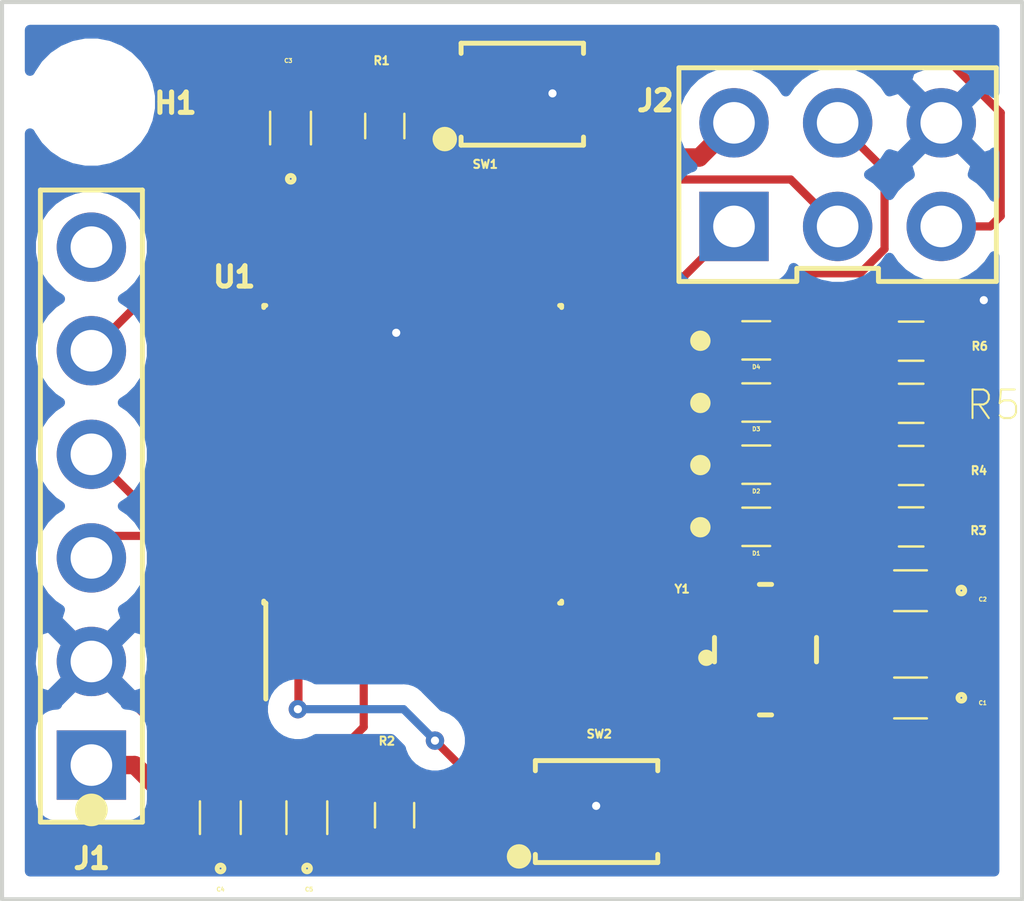
<source format=kicad_pcb>
(kicad_pcb (version 20171130) (host pcbnew "(5.1.8-0-10_14)")

  (general
    (thickness 1.6)
    (drawings 4)
    (tracks 125)
    (zones 0)
    (modules 22)
    (nets 35)
  )

  (page A4)
  (layers
    (0 F.Cu signal)
    (31 B.Cu signal hide)
    (32 B.Adhes user)
    (33 F.Adhes user)
    (34 B.Paste user)
    (35 F.Paste user)
    (36 B.SilkS user)
    (37 F.SilkS user)
    (38 B.Mask user)
    (39 F.Mask user)
    (40 Dwgs.User user)
    (41 Cmts.User user)
    (42 Eco1.User user)
    (43 Eco2.User user)
    (44 Edge.Cuts user)
    (45 Margin user)
    (46 B.CrtYd user)
    (47 F.CrtYd user)
    (48 B.Fab user)
    (49 F.Fab user)
  )

  (setup
    (last_trace_width 0.2)
    (trace_clearance 0.2)
    (zone_clearance 0.508)
    (zone_45_only no)
    (trace_min 0.2)
    (via_size 0.45)
    (via_drill 0.2)
    (via_min_size 0.45)
    (via_min_drill 0.2)
    (uvia_size 0.45)
    (uvia_drill 0.2)
    (uvias_allowed no)
    (uvia_min_size 0.45)
    (uvia_min_drill 0.2)
    (edge_width 0.1)
    (segment_width 0.2)
    (pcb_text_width 0.3)
    (pcb_text_size 1.5 1.5)
    (mod_edge_width 0.15)
    (mod_text_size 1 1)
    (mod_text_width 0.15)
    (pad_size 0.85 0.95)
    (pad_drill 0)
    (pad_to_mask_clearance 0)
    (aux_axis_origin 0 0)
    (visible_elements FFFFFF7F)
    (pcbplotparams
      (layerselection 0x0103f_ffffffff)
      (usegerberextensions false)
      (usegerberattributes true)
      (usegerberadvancedattributes true)
      (creategerberjobfile true)
      (excludeedgelayer true)
      (linewidth 0.100000)
      (plotframeref false)
      (viasonmask false)
      (mode 1)
      (useauxorigin false)
      (hpglpennumber 1)
      (hpglpenspeed 20)
      (hpglpendiameter 15.000000)
      (psnegative false)
      (psa4output false)
      (plotreference true)
      (plotvalue true)
      (plotinvisibletext false)
      (padsonsilk false)
      (subtractmaskfromsilk false)
      (outputformat 1)
      (mirror false)
      (drillshape 0)
      (scaleselection 1)
      (outputdirectory "./"))
  )

  (net 0 "")
  (net 1 "Net-(C1-Pad2)")
  (net 2 "Net-(C1-Pad1)")
  (net 3 "Net-(C2-Pad1)")
  (net 4 "Net-(C3-Pad2)")
  (net 5 /RESET)
  (net 6 GND)
  (net 7 +5V)
  (net 8 /LED_0)
  (net 9 "Net-(D1-Pad2)")
  (net 10 /LED_1)
  (net 11 "Net-(D2-Pad2)")
  (net 12 /LED_2)
  (net 13 "Net-(D3-Pad2)")
  (net 14 /LED_3)
  (net 15 "Net-(D4-Pad2)")
  (net 16 "Net-(J1-Pad6)")
  (net 17 /MCU_RX)
  (net 18 /MCU_TX)
  (net 19 /SCK)
  (net 20 /MISO)
  (net 21 /BUT_0)
  (net 22 "Net-(U1-Pad32)")
  (net 23 "Net-(U1-Pad28)")
  (net 24 "Net-(U1-Pad27)")
  (net 25 "Net-(U1-Pad26)")
  (net 26 "Net-(U1-Pad25)")
  (net 27 "Net-(U1-Pad24)")
  (net 28 "Net-(U1-Pad23)")
  (net 29 "Net-(U1-Pad22)")
  (net 30 "Net-(U1-Pad19)")
  (net 31 "Net-(U1-Pad11)")
  (net 32 "Net-(U1-Pad10)")
  (net 33 "Net-(U1-Pad9)")
  (net 34 "Net-(U1-Pad2)")

  (net_class Default "Ceci est la Netclass par défaut."
    (clearance 0.2)
    (trace_width 0.2)
    (via_dia 0.45)
    (via_drill 0.2)
    (uvia_dia 0.45)
    (uvia_drill 0.2)
    (add_net /BUT_0)
    (add_net /LED_0)
    (add_net /LED_1)
    (add_net /LED_2)
    (add_net /LED_3)
    (add_net /MCU_RX)
    (add_net /MCU_TX)
    (add_net /MISO)
    (add_net /RESET)
    (add_net /SCK)
    (add_net GND)
    (add_net "Net-(C1-Pad1)")
    (add_net "Net-(C1-Pad2)")
    (add_net "Net-(C2-Pad1)")
    (add_net "Net-(C3-Pad2)")
    (add_net "Net-(D1-Pad2)")
    (add_net "Net-(D2-Pad2)")
    (add_net "Net-(D3-Pad2)")
    (add_net "Net-(D4-Pad2)")
    (add_net "Net-(J1-Pad6)")
    (add_net "Net-(U1-Pad10)")
    (add_net "Net-(U1-Pad11)")
    (add_net "Net-(U1-Pad19)")
    (add_net "Net-(U1-Pad2)")
    (add_net "Net-(U1-Pad22)")
    (add_net "Net-(U1-Pad23)")
    (add_net "Net-(U1-Pad24)")
    (add_net "Net-(U1-Pad25)")
    (add_net "Net-(U1-Pad26)")
    (add_net "Net-(U1-Pad27)")
    (add_net "Net-(U1-Pad28)")
    (add_net "Net-(U1-Pad32)")
    (add_net "Net-(U1-Pad9)")
  )

  (net_class 5v ""
    (clearance 0.2)
    (trace_width 0.45)
    (via_dia 0.45)
    (via_drill 0.2)
    (uvia_dia 0.45)
    (uvia_drill 0.2)
    (add_net +5V)
  )

  (module cao:Btn (layer F.Cu) (tedit 5FCE6257) (tstamp 5FCE9C77)
    (at 135.57 93.85)
    (path /5FC3F931/5FBF99D4)
    (fp_text reference SW2 (at 0.066 -1.902) (layer F.SilkS)
      (effects (font (size 0.2 0.2) (thickness 0.05)))
    )
    (fp_text value SW_Push (at 0.025 -1.55) (layer F.Fab) hide
      (effects (font (size 0.2 0.2) (thickness 0.05)))
    )
    (fp_line (start -2.25 1.5) (end 2.25 1.5) (layer F.CrtYd) (width 0.12))
    (fp_line (start -2.25 -1.5) (end -2.25 1.5) (layer F.CrtYd) (width 0.12))
    (fp_line (start 2.25 -1.5) (end -2.25 -1.5) (layer F.CrtYd) (width 0.12))
    (fp_line (start 2.25 1.5) (end 2.25 -1.5) (layer F.CrtYd) (width 0.12))
    (fp_circle (center 0 0) (end 0.75 0) (layer F.Fab) (width 0.06))
    (fp_line (start -1.5 -1.25) (end -1.5 1.25) (layer F.Fab) (width 0.06))
    (fp_line (start 1.5 -1.25) (end 1.5 1.25) (layer F.Fab) (width 0.06))
    (fp_line (start -1.5 -1.25) (end 1.5 -1.25) (layer F.Fab) (width 0.06))
    (fp_line (start -1.5 1.25) (end 1.5 1.25) (layer F.Fab) (width 0.06))
    (fp_line (start -1.5 1.05) (end -1.5 1.25) (layer F.SilkS) (width 0.12))
    (fp_line (start -1.5 1.25) (end 1.5 1.25) (layer F.SilkS) (width 0.12))
    (fp_line (start 1.5 1.25) (end 1.5 1.05) (layer F.SilkS) (width 0.12))
    (fp_line (start -1.5 -1) (end -1.5 -1.25) (layer F.SilkS) (width 0.12))
    (fp_line (start -1.5 -1.25) (end 1.5 -1.25) (layer F.SilkS) (width 0.12))
    (fp_line (start 1.5 -1.25) (end 1.5 -1) (layer F.SilkS) (width 0.12))
    (fp_line (start -2 -0.7) (end -2 0.7) (layer F.Fab) (width 0.06))
    (fp_line (start 2 -0.7) (end 2 0.7) (layer F.Fab) (width 0.06))
    (fp_line (start -2 -0.7) (end -1.5 -0.7) (layer F.Fab) (width 0.06))
    (fp_line (start -2 0.7) (end -1.5 0.7) (layer F.Fab) (width 0.06))
    (fp_line (start 2 -0.7) (end 1.5 -0.7) (layer F.Fab) (width 0.06))
    (fp_line (start 2 0.7) (end 1.5 0.7) (layer F.Fab) (width 0.06))
    (fp_circle (center -1.9 1.1) (end -1.9 1.1) (layer F.SilkS) (width 0.3))
    (pad 2 smd rect (at 1.7 0) (size 0.8 1.7) (layers F.Cu F.Paste F.Mask)
      (net 6 GND))
    (pad 1 smd rect (at -1.7 0) (size 0.8 1.7) (layers F.Cu F.Paste F.Mask)
      (net 21 /BUT_0))
    (model ${KISYS3DMOD}/Button_Switch_SMD.3dshapes/SW_SPST_B3U-1000P-B.step
      (at (xyz 0 0 0))
      (scale (xyz 1 1 1))
      (rotate (xyz 0 0 0))
    )
  )

  (module cao:Btn (layer F.Cu) (tedit 5FCE6257) (tstamp 5FCEEEB3)
    (at 133.75 76.26)
    (path /5FC3EC14/5FBF99D4)
    (fp_text reference SW1 (at -0.908 1.718) (layer F.SilkS)
      (effects (font (size 0.2 0.2) (thickness 0.05)))
    )
    (fp_text value SW_Push (at 0.025 -1.55) (layer F.Fab) hide
      (effects (font (size 0.2 0.2) (thickness 0.05)))
    )
    (fp_line (start -2.25 1.5) (end 2.25 1.5) (layer F.CrtYd) (width 0.12))
    (fp_line (start -2.25 -1.5) (end -2.25 1.5) (layer F.CrtYd) (width 0.12))
    (fp_line (start 2.25 -1.5) (end -2.25 -1.5) (layer F.CrtYd) (width 0.12))
    (fp_line (start 2.25 1.5) (end 2.25 -1.5) (layer F.CrtYd) (width 0.12))
    (fp_circle (center 0 0) (end 0.75 0) (layer F.Fab) (width 0.06))
    (fp_line (start -1.5 -1.25) (end -1.5 1.25) (layer F.Fab) (width 0.06))
    (fp_line (start 1.5 -1.25) (end 1.5 1.25) (layer F.Fab) (width 0.06))
    (fp_line (start -1.5 -1.25) (end 1.5 -1.25) (layer F.Fab) (width 0.06))
    (fp_line (start -1.5 1.25) (end 1.5 1.25) (layer F.Fab) (width 0.06))
    (fp_line (start -1.5 1.05) (end -1.5 1.25) (layer F.SilkS) (width 0.12))
    (fp_line (start -1.5 1.25) (end 1.5 1.25) (layer F.SilkS) (width 0.12))
    (fp_line (start 1.5 1.25) (end 1.5 1.05) (layer F.SilkS) (width 0.12))
    (fp_line (start -1.5 -1) (end -1.5 -1.25) (layer F.SilkS) (width 0.12))
    (fp_line (start -1.5 -1.25) (end 1.5 -1.25) (layer F.SilkS) (width 0.12))
    (fp_line (start 1.5 -1.25) (end 1.5 -1) (layer F.SilkS) (width 0.12))
    (fp_line (start -2 -0.7) (end -2 0.7) (layer F.Fab) (width 0.06))
    (fp_line (start 2 -0.7) (end 2 0.7) (layer F.Fab) (width 0.06))
    (fp_line (start -2 -0.7) (end -1.5 -0.7) (layer F.Fab) (width 0.06))
    (fp_line (start -2 0.7) (end -1.5 0.7) (layer F.Fab) (width 0.06))
    (fp_line (start 2 -0.7) (end 1.5 -0.7) (layer F.Fab) (width 0.06))
    (fp_line (start 2 0.7) (end 1.5 0.7) (layer F.Fab) (width 0.06))
    (fp_circle (center -1.9 1.1) (end -1.9 1.1) (layer F.SilkS) (width 0.3))
    (pad 2 smd rect (at 1.7 0) (size 0.8 1.7) (layers F.Cu F.Paste F.Mask)
      (net 6 GND))
    (pad 1 smd rect (at -1.7 0) (size 0.8 1.7) (layers F.Cu F.Paste F.Mask)
      (net 5 /RESET))
    (model ${KISYS3DMOD}/Button_Switch_SMD.3dshapes/SW_SPST_B3U-1000P-B.step
      (at (xyz 0 0 0))
      (scale (xyz 1 1 1))
      (rotate (xyz 0 0 0))
    )
  )

  (module cao:crystal (layer F.Cu) (tedit 5FCE5CB5) (tstamp 5FCE9CBE)
    (at 138.86 90.98 90)
    (path /5FC55298)
    (fp_text reference Y1 (at 2.588 -1.192 180) (layer F.SilkS)
      (effects (font (size 0.2 0.2) (thickness 0.05)))
    )
    (fp_text value 16MHz (at 1.15 -1.2 90) (layer F.Fab) hide
      (effects (font (size 0.3 0.3) (thickness 0.075)))
    )
    (fp_line (start -0.9 -0.8) (end -0.9 2.5) (layer F.CrtYd) (width 0.06))
    (fp_circle (center 0.9 -0.6) (end 0.9 -0.6) (layer F.SilkS) (width 0.2))
    (fp_line (start 2.7 0.7) (end 2.7 1) (layer F.SilkS) (width 0.12))
    (fp_line (start -0.5 0.7) (end -0.5 1) (layer F.SilkS) (width 0.12))
    (fp_line (start 0.8 2.1) (end 1.4 2.1) (layer F.SilkS) (width 0.12))
    (fp_line (start 0.8 -0.4) (end 1.4 -0.4) (layer F.SilkS) (width 0.12))
    (fp_line (start -0.9 2.5) (end 3.1 2.5) (layer F.CrtYd) (width 0.06))
    (fp_line (start 3.1 2.5) (end 3.1 -0.8) (layer F.CrtYd) (width 0.06))
    (fp_line (start 3.1 -0.8) (end -0.9 -0.8) (layer F.CrtYd) (width 0.06))
    (pad 3 smd rect (at 0 1.7 90) (size 1.4 1.2) (layers F.Cu F.Paste F.Mask)
      (net 2 "Net-(C1-Pad1)"))
    (pad 4 smd rect (at 2.2 1.7 90) (size 1.4 1.2) (layers F.Cu F.Paste F.Mask)
      (net 1 "Net-(C1-Pad2)"))
    (pad 1 smd rect (at 2.2 0 90) (size 1.4 1.2) (layers F.Cu F.Paste F.Mask)
      (net 3 "Net-(C2-Pad1)"))
    (pad 2 smd rect (at 0 0 90) (size 1.4 1.2) (layers F.Cu F.Paste F.Mask)
      (net 6 GND))
    (model ${KISYS3DMOD}/Crystal.3dshapes/Crystal_SMD_SeikoEpson_FA238-4Pin_3.2x2.5mm.step
      (offset (xyz 1.1 -0.85 0))
      (scale (xyz 1 1 1))
      (rotate (xyz 0 0 0))
    )
  )

  (module cao:R_0603 (layer F.Cu) (tedit 5FCE5EB4) (tstamp 5FCE9BF3)
    (at 130.62 93.94 90)
    (path /5FC3F931/5FBF86D2)
    (fp_text reference R2 (at 1.818 -0.19 180) (layer F.SilkS)
      (effects (font (size 0.2 0.2) (thickness 0.05)))
    )
    (fp_text value 10K (at 0 -0.8 90) (layer F.Fab) hide
      (effects (font (size 0.2 0.2) (thickness 0.05)))
    )
    (fp_line (start -1.4 0.6) (end -1.4 -0.6) (layer F.CrtYd) (width 0.05))
    (fp_line (start 1.4 0.6) (end -1.4 0.6) (layer F.CrtYd) (width 0.05))
    (fp_line (start 1.4 -0.6) (end 1.4 0.6) (layer F.CrtYd) (width 0.05))
    (fp_line (start -1.4 -0.6) (end 1.4 -0.6) (layer F.CrtYd) (width 0.05))
    (fp_line (start -0.3 0.48) (end 0.3 0.48) (layer F.SilkS) (width 0.06))
    (fp_line (start -0.3 -0.48) (end 0.3 -0.48) (layer F.SilkS) (width 0.06))
    (fp_line (start -0.8 -0.4) (end 0.8 -0.4) (layer F.Fab) (width 0.06))
    (fp_line (start 0.8 -0.4) (end 0.8 0.4) (layer F.Fab) (width 0.06))
    (fp_line (start 0.8 0.4) (end -0.8 0.4) (layer F.Fab) (width 0.06))
    (fp_line (start -0.8 0.4) (end -0.8 -0.4) (layer F.Fab) (width 0.06))
    (fp_line (start -0.5 0.4) (end -0.5 -0.4) (layer F.Fab) (width 0.06))
    (fp_line (start 0.5 0.4) (end 0.5 -0.4) (layer F.Fab) (width 0.06))
    (pad 2 smd roundrect (at 0.825 0 90) (size 0.85 0.95) (layers F.Cu F.Paste F.Mask) (roundrect_rratio 0.25)
      (net 7 +5V))
    (pad 1 smd roundrect (at -0.825 0 90) (size 0.85 0.95) (layers F.Cu F.Paste F.Mask) (roundrect_rratio 0.25)
      (net 7 +5V))
    (model ${KISYS3DMOD}/Resistor_SMD.3dshapes/R_0603_1608Metric.step
      (at (xyz 0 0 0))
      (scale (xyz 1 1 1))
      (rotate (xyz 0 0 0))
    )
  )

  (module cao:R_0603 (layer F.Cu) (tedit 5FCE5EB4) (tstamp 5FCE9BDE)
    (at 130.38 77.04 270)
    (path /5FC3EC14/5FBF86D2)
    (fp_text reference R1 (at -1.602 0.078 180) (layer F.SilkS)
      (effects (font (size 0.2 0.2) (thickness 0.05)))
    )
    (fp_text value 10K (at 0 -0.8 90) (layer F.Fab) hide
      (effects (font (size 0.2 0.2) (thickness 0.05)))
    )
    (fp_line (start -1.4 0.6) (end -1.4 -0.6) (layer F.CrtYd) (width 0.05))
    (fp_line (start 1.4 0.6) (end -1.4 0.6) (layer F.CrtYd) (width 0.05))
    (fp_line (start 1.4 -0.6) (end 1.4 0.6) (layer F.CrtYd) (width 0.05))
    (fp_line (start -1.4 -0.6) (end 1.4 -0.6) (layer F.CrtYd) (width 0.05))
    (fp_line (start -0.3 0.48) (end 0.3 0.48) (layer F.SilkS) (width 0.06))
    (fp_line (start -0.3 -0.48) (end 0.3 -0.48) (layer F.SilkS) (width 0.06))
    (fp_line (start -0.8 -0.4) (end 0.8 -0.4) (layer F.Fab) (width 0.06))
    (fp_line (start 0.8 -0.4) (end 0.8 0.4) (layer F.Fab) (width 0.06))
    (fp_line (start 0.8 0.4) (end -0.8 0.4) (layer F.Fab) (width 0.06))
    (fp_line (start -0.8 0.4) (end -0.8 -0.4) (layer F.Fab) (width 0.06))
    (fp_line (start -0.5 0.4) (end -0.5 -0.4) (layer F.Fab) (width 0.06))
    (fp_line (start 0.5 0.4) (end 0.5 -0.4) (layer F.Fab) (width 0.06))
    (pad 2 smd roundrect (at 0.825 0 270) (size 0.85 0.95) (layers F.Cu F.Paste F.Mask) (roundrect_rratio 0.25)
      (net 7 +5V))
    (pad 1 smd roundrect (at -0.825 0 270) (size 0.85 0.95) (layers F.Cu F.Paste F.Mask) (roundrect_rratio 0.25)
      (net 5 /RESET))
    (model ${KISYS3DMOD}/Resistor_SMD.3dshapes/R_0603_1608Metric.step
      (at (xyz 0 0 0))
      (scale (xyz 1 1 1))
      (rotate (xyz 0 0 0))
    )
  )

  (module cao:R_0603 (layer F.Cu) (tedit 5FCE5EB4) (tstamp 5FCEC760)
    (at 143.28 86.87)
    (path /5FC632E9/5FBEA2CB)
    (fp_text reference R3 (at 1.65 0.09) (layer F.SilkS)
      (effects (font (size 0.2 0.2) (thickness 0.05)))
    )
    (fp_text value 330R (at 0 -0.8) (layer F.Fab) hide
      (effects (font (size 0.2 0.2) (thickness 0.05)))
    )
    (fp_line (start -1.4 0.6) (end -1.4 -0.6) (layer F.CrtYd) (width 0.05))
    (fp_line (start 1.4 0.6) (end -1.4 0.6) (layer F.CrtYd) (width 0.05))
    (fp_line (start 1.4 -0.6) (end 1.4 0.6) (layer F.CrtYd) (width 0.05))
    (fp_line (start -1.4 -0.6) (end 1.4 -0.6) (layer F.CrtYd) (width 0.05))
    (fp_line (start -0.3 0.48) (end 0.3 0.48) (layer F.SilkS) (width 0.06))
    (fp_line (start -0.3 -0.48) (end 0.3 -0.48) (layer F.SilkS) (width 0.06))
    (fp_line (start -0.8 -0.4) (end 0.8 -0.4) (layer F.Fab) (width 0.06))
    (fp_line (start 0.8 -0.4) (end 0.8 0.4) (layer F.Fab) (width 0.06))
    (fp_line (start 0.8 0.4) (end -0.8 0.4) (layer F.Fab) (width 0.06))
    (fp_line (start -0.8 0.4) (end -0.8 -0.4) (layer F.Fab) (width 0.06))
    (fp_line (start -0.5 0.4) (end -0.5 -0.4) (layer F.Fab) (width 0.06))
    (fp_line (start 0.5 0.4) (end 0.5 -0.4) (layer F.Fab) (width 0.06))
    (pad 2 smd roundrect (at 0.825 0) (size 0.85 0.95) (layers F.Cu F.Paste F.Mask) (roundrect_rratio 0.25)
      (net 6 GND))
    (pad 1 smd roundrect (at -0.825 0) (size 0.85 0.95) (layers F.Cu F.Paste F.Mask) (roundrect_rratio 0.25)
      (net 9 "Net-(D1-Pad2)"))
    (model ${KISYS3DMOD}/Resistor_SMD.3dshapes/R_0603_1608Metric.step
      (at (xyz 0 0 0))
      (scale (xyz 1 1 1))
      (rotate (xyz 0 0 0))
    )
  )

  (module cao:R_0603 (layer F.Cu) (tedit 5FCE5EB4) (tstamp 5FCE9C47)
    (at 143.28 82.316)
    (path /5FC3E0B6/5FBEA2CB)
    (fp_text reference R6 (at 1.68 0.124) (layer F.SilkS)
      (effects (font (size 0.2 0.2) (thickness 0.05)))
    )
    (fp_text value 330R (at 0 -0.8) (layer F.Fab) hide
      (effects (font (size 0.2 0.2) (thickness 0.05)))
    )
    (fp_line (start -1.4 0.6) (end -1.4 -0.6) (layer F.CrtYd) (width 0.05))
    (fp_line (start 1.4 0.6) (end -1.4 0.6) (layer F.CrtYd) (width 0.05))
    (fp_line (start 1.4 -0.6) (end 1.4 0.6) (layer F.CrtYd) (width 0.05))
    (fp_line (start -1.4 -0.6) (end 1.4 -0.6) (layer F.CrtYd) (width 0.05))
    (fp_line (start -0.3 0.48) (end 0.3 0.48) (layer F.SilkS) (width 0.06))
    (fp_line (start -0.3 -0.48) (end 0.3 -0.48) (layer F.SilkS) (width 0.06))
    (fp_line (start -0.8 -0.4) (end 0.8 -0.4) (layer F.Fab) (width 0.06))
    (fp_line (start 0.8 -0.4) (end 0.8 0.4) (layer F.Fab) (width 0.06))
    (fp_line (start 0.8 0.4) (end -0.8 0.4) (layer F.Fab) (width 0.06))
    (fp_line (start -0.8 0.4) (end -0.8 -0.4) (layer F.Fab) (width 0.06))
    (fp_line (start -0.5 0.4) (end -0.5 -0.4) (layer F.Fab) (width 0.06))
    (fp_line (start 0.5 0.4) (end 0.5 -0.4) (layer F.Fab) (width 0.06))
    (pad 2 smd roundrect (at 0.825 0) (size 0.85 0.95) (layers F.Cu F.Paste F.Mask) (roundrect_rratio 0.25)
      (net 6 GND))
    (pad 1 smd roundrect (at -0.825 0) (size 0.85 0.95) (layers F.Cu F.Paste F.Mask) (roundrect_rratio 0.25)
      (net 15 "Net-(D4-Pad2)"))
    (model ${KISYS3DMOD}/Resistor_SMD.3dshapes/R_0603_1608Metric.step
      (at (xyz 0 0 0))
      (scale (xyz 1 1 1))
      (rotate (xyz 0 0 0))
    )
  )

  (module cao:R_0603 (layer F.Cu) (tedit 5FCE5EB4) (tstamp 5FCE9C1D)
    (at 143.28 85.364)
    (path /5FC634C5/5FBEA2CB)
    (fp_text reference R4 (at 1.66 0.126) (layer F.SilkS)
      (effects (font (size 0.2 0.2) (thickness 0.05)))
    )
    (fp_text value 330R (at 0 -0.8) (layer F.Fab) hide
      (effects (font (size 0.2 0.2) (thickness 0.05)))
    )
    (fp_line (start -1.4 0.6) (end -1.4 -0.6) (layer F.CrtYd) (width 0.05))
    (fp_line (start 1.4 0.6) (end -1.4 0.6) (layer F.CrtYd) (width 0.05))
    (fp_line (start 1.4 -0.6) (end 1.4 0.6) (layer F.CrtYd) (width 0.05))
    (fp_line (start -1.4 -0.6) (end 1.4 -0.6) (layer F.CrtYd) (width 0.05))
    (fp_line (start -0.3 0.48) (end 0.3 0.48) (layer F.SilkS) (width 0.06))
    (fp_line (start -0.3 -0.48) (end 0.3 -0.48) (layer F.SilkS) (width 0.06))
    (fp_line (start -0.8 -0.4) (end 0.8 -0.4) (layer F.Fab) (width 0.06))
    (fp_line (start 0.8 -0.4) (end 0.8 0.4) (layer F.Fab) (width 0.06))
    (fp_line (start 0.8 0.4) (end -0.8 0.4) (layer F.Fab) (width 0.06))
    (fp_line (start -0.8 0.4) (end -0.8 -0.4) (layer F.Fab) (width 0.06))
    (fp_line (start -0.5 0.4) (end -0.5 -0.4) (layer F.Fab) (width 0.06))
    (fp_line (start 0.5 0.4) (end 0.5 -0.4) (layer F.Fab) (width 0.06))
    (pad 2 smd roundrect (at 0.825 0) (size 0.85 0.95) (layers F.Cu F.Paste F.Mask) (roundrect_rratio 0.25)
      (net 6 GND))
    (pad 1 smd roundrect (at -0.825 0) (size 0.85 0.95) (layers F.Cu F.Paste F.Mask) (roundrect_rratio 0.25)
      (net 11 "Net-(D2-Pad2)"))
    (model ${KISYS3DMOD}/Resistor_SMD.3dshapes/R_0603_1608Metric.step
      (at (xyz 0 0 0))
      (scale (xyz 1 1 1))
      (rotate (xyz 0 0 0))
    )
  )

  (module cao:R_0603 (layer F.Cu) (tedit 5FCE5EB4) (tstamp 5FCE9C32)
    (at 143.28 83.84)
    (path /5FC6671E/5FBEA2CB)
    (fp_text reference R5 (at 2.02 0.04) (layer F.SilkS)
      (effects (font (size 0.7 0.7) (thickness 0.05)))
    )
    (fp_text value 330R (at 0 -0.8) (layer F.Fab) hide
      (effects (font (size 0.2 0.2) (thickness 0.05)))
    )
    (fp_line (start -1.4 0.6) (end -1.4 -0.6) (layer F.CrtYd) (width 0.05))
    (fp_line (start 1.4 0.6) (end -1.4 0.6) (layer F.CrtYd) (width 0.05))
    (fp_line (start 1.4 -0.6) (end 1.4 0.6) (layer F.CrtYd) (width 0.05))
    (fp_line (start -1.4 -0.6) (end 1.4 -0.6) (layer F.CrtYd) (width 0.05))
    (fp_line (start -0.3 0.48) (end 0.3 0.48) (layer F.SilkS) (width 0.06))
    (fp_line (start -0.3 -0.48) (end 0.3 -0.48) (layer F.SilkS) (width 0.06))
    (fp_line (start -0.8 -0.4) (end 0.8 -0.4) (layer F.Fab) (width 0.06))
    (fp_line (start 0.8 -0.4) (end 0.8 0.4) (layer F.Fab) (width 0.06))
    (fp_line (start 0.8 0.4) (end -0.8 0.4) (layer F.Fab) (width 0.06))
    (fp_line (start -0.8 0.4) (end -0.8 -0.4) (layer F.Fab) (width 0.06))
    (fp_line (start -0.5 0.4) (end -0.5 -0.4) (layer F.Fab) (width 0.06))
    (fp_line (start 0.5 0.4) (end 0.5 -0.4) (layer F.Fab) (width 0.06))
    (pad 2 smd roundrect (at 0.825 0) (size 0.85 0.95) (layers F.Cu F.Paste F.Mask) (roundrect_rratio 0.25)
      (net 6 GND))
    (pad 1 smd roundrect (at -0.825 0) (size 0.85 0.95) (layers F.Cu F.Paste F.Mask) (roundrect_rratio 0.25)
      (net 13 "Net-(D3-Pad2)"))
    (model ${KISYS3DMOD}/Resistor_SMD.3dshapes/R_0603_1608Metric.step
      (at (xyz 0 0 0))
      (scale (xyz 1 1 1))
      (rotate (xyz 0 0 0))
    )
  )

  (module cao:LED (layer F.Cu) (tedit 5FC7BCD7) (tstamp 5FCE9B62)
    (at 139.484 85.344)
    (path /5FC634C5/5FBE8C5B)
    (fp_text reference D2 (at 0 0.65) (layer F.SilkS)
      (effects (font (size 0.1 0.1) (thickness 0.025)))
    )
    (fp_text value led (at 0 -0.7) (layer F.Fab) hide
      (effects (font (size 0.2 0.2) (thickness 0.05)))
    )
    (fp_line (start -0.34 0.47) (end 0.34 0.47) (layer F.SilkS) (width 0.06))
    (fp_line (start -0.34 -0.47) (end 0.34 -0.47) (layer F.SilkS) (width 0.06))
    (fp_line (start -0.18 0.2) (end -0.18 -0.2) (layer F.Fab) (width 0.05))
    (fp_line (start -0.13 0) (end 0.17 0.2) (layer F.Fab) (width 0.05))
    (fp_line (start 0.17 0.2) (end 0.17 -0.2) (layer F.Fab) (width 0.05))
    (fp_line (start 0.17 -0.2) (end -0.13 0) (layer F.Fab) (width 0.05))
    (fp_line (start -1.3 -0.54) (end -1.3 0.54) (layer F.CrtYd) (width 0.05))
    (fp_line (start 1.3 0.54) (end -1.3 0.54) (layer F.CrtYd) (width 0.05))
    (fp_line (start -1.3 -0.54) (end 1.3 -0.54) (layer F.CrtYd) (width 0.05))
    (fp_line (start 1.3 -0.54) (end 1.3 0.54) (layer F.CrtYd) (width 0.05))
    (fp_line (start 0.8 0.4) (end 0.79992 0.149971) (layer F.Fab) (width 0.05))
    (fp_line (start 0.8 -0.4) (end 0.8 -0.15) (layer F.Fab) (width 0.05))
    (fp_line (start -0.8 0.15) (end -0.8 0.4) (layer F.Fab) (width 0.05))
    (fp_line (start -0.8 -0.15) (end -0.8 -0.4) (layer F.Fab) (width 0.05))
    (fp_circle (center -1.37 0.01) (end -1.37 0.01) (layer F.SilkS) (width 0.25))
    (fp_line (start 0.55 -0.4) (end 0.55 0.4) (layer F.Fab) (width 0.05))
    (fp_line (start -0.55 0.4) (end -0.55 -0.4) (layer F.Fab) (width 0.05))
    (fp_line (start -0.8 -0.4) (end 0.8 -0.4) (layer F.Fab) (width 0.05))
    (fp_line (start 0.8 0.4) (end -0.8 0.4) (layer F.Fab) (width 0.05))
    (fp_arc (start -0.85 0) (end -0.800001 -0.149999) (angle 143.1) (layer F.Fab) (width 0.05))
    (fp_arc (start 0.849999 -0.000001) (end 0.8 -0.15) (angle -143.1) (layer F.Fab) (width 0.05))
    (pad 1 smd rect (at -0.8 0) (size 0.8 0.8) (layers F.Cu F.Paste F.Mask)
      (net 10 /LED_1))
    (pad 2 smd rect (at 0.8 0) (size 0.8 0.8) (layers F.Cu F.Paste F.Mask)
      (net 11 "Net-(D2-Pad2)"))
    (model ${KISYS3DMOD}/LED_SMD.3dshapes/LED_0603_1608Metric.step
      (at (xyz 0 0 0))
      (scale (xyz 1 1 1))
      (rotate (xyz 0 0 0))
    )
  )

  (module cao:LED (layer F.Cu) (tedit 5FC7BCD7) (tstamp 5FCE9B7D)
    (at 139.484 83.82)
    (path /5FC6671E/5FBE8C5B)
    (fp_text reference D3 (at 0 0.65) (layer F.SilkS)
      (effects (font (size 0.1 0.1) (thickness 0.025)))
    )
    (fp_text value led (at 0 -0.7) (layer F.Fab) hide
      (effects (font (size 0.2 0.2) (thickness 0.05)))
    )
    (fp_line (start -0.34 0.47) (end 0.34 0.47) (layer F.SilkS) (width 0.06))
    (fp_line (start -0.34 -0.47) (end 0.34 -0.47) (layer F.SilkS) (width 0.06))
    (fp_line (start -0.18 0.2) (end -0.18 -0.2) (layer F.Fab) (width 0.05))
    (fp_line (start -0.13 0) (end 0.17 0.2) (layer F.Fab) (width 0.05))
    (fp_line (start 0.17 0.2) (end 0.17 -0.2) (layer F.Fab) (width 0.05))
    (fp_line (start 0.17 -0.2) (end -0.13 0) (layer F.Fab) (width 0.05))
    (fp_line (start -1.3 -0.54) (end -1.3 0.54) (layer F.CrtYd) (width 0.05))
    (fp_line (start 1.3 0.54) (end -1.3 0.54) (layer F.CrtYd) (width 0.05))
    (fp_line (start -1.3 -0.54) (end 1.3 -0.54) (layer F.CrtYd) (width 0.05))
    (fp_line (start 1.3 -0.54) (end 1.3 0.54) (layer F.CrtYd) (width 0.05))
    (fp_line (start 0.8 0.4) (end 0.79992 0.149971) (layer F.Fab) (width 0.05))
    (fp_line (start 0.8 -0.4) (end 0.8 -0.15) (layer F.Fab) (width 0.05))
    (fp_line (start -0.8 0.15) (end -0.8 0.4) (layer F.Fab) (width 0.05))
    (fp_line (start -0.8 -0.15) (end -0.8 -0.4) (layer F.Fab) (width 0.05))
    (fp_circle (center -1.37 0.01) (end -1.37 0.01) (layer F.SilkS) (width 0.25))
    (fp_line (start 0.55 -0.4) (end 0.55 0.4) (layer F.Fab) (width 0.05))
    (fp_line (start -0.55 0.4) (end -0.55 -0.4) (layer F.Fab) (width 0.05))
    (fp_line (start -0.8 -0.4) (end 0.8 -0.4) (layer F.Fab) (width 0.05))
    (fp_line (start 0.8 0.4) (end -0.8 0.4) (layer F.Fab) (width 0.05))
    (fp_arc (start -0.85 0) (end -0.800001 -0.149999) (angle 143.1) (layer F.Fab) (width 0.05))
    (fp_arc (start 0.849999 -0.000001) (end 0.8 -0.15) (angle -143.1) (layer F.Fab) (width 0.05))
    (pad 1 smd rect (at -0.8 0) (size 0.8 0.8) (layers F.Cu F.Paste F.Mask)
      (net 12 /LED_2))
    (pad 2 smd rect (at 0.8 0) (size 0.8 0.8) (layers F.Cu F.Paste F.Mask)
      (net 13 "Net-(D3-Pad2)"))
    (model ${KISYS3DMOD}/LED_SMD.3dshapes/LED_0603_1608Metric.step
      (at (xyz 0 0 0))
      (scale (xyz 1 1 1))
      (rotate (xyz 0 0 0))
    )
  )

  (module cao:atmega (layer F.Cu) (tedit 5FCE5C15) (tstamp 5FCE9CAD)
    (at 131.064 85.09 90)
    (path /5FC031D7)
    (attr smd)
    (fp_text reference U1 (at 4.35 -4.374 180) (layer F.SilkS)
      (effects (font (size 0.5 0.5) (thickness 0.125)))
    )
    (fp_text value ATmega328P-AU (at 0 7 90) (layer F.Fab) hide
      (effects (font (size 1 1) (thickness 0.15)))
    )
    (fp_line (start -6.25 6.25) (end -6.25 -6.25) (layer F.CrtYd) (width 0.05))
    (fp_line (start 6.25 6.25) (end -6.25 6.25) (layer F.CrtYd) (width 0.05))
    (fp_line (start 6.25 -6.25) (end 6.25 6.25) (layer F.CrtYd) (width 0.05))
    (fp_line (start -6.25 -6.25) (end 6.25 -6.25) (layer F.CrtYd) (width 0.05))
    (fp_line (start 3.65 3.65) (end 3.65 3.6) (layer F.SilkS) (width 0.12))
    (fp_line (start 3.6 3.65) (end 3.65 3.65) (layer F.SilkS) (width 0.12))
    (fp_line (start -3.65 3.65) (end -3.65 3.6) (layer F.SilkS) (width 0.12))
    (fp_line (start -3.6 3.65) (end -3.65 3.65) (layer F.SilkS) (width 0.12))
    (fp_line (start 3.65 -3.65) (end 3.65 -3.6) (layer F.SilkS) (width 0.12))
    (fp_line (start 3.6 -3.65) (end 3.65 -3.65) (layer F.SilkS) (width 0.12))
    (fp_line (start -3.65 -3.6) (end -6 -3.6) (layer F.SilkS) (width 0.12))
    (fp_line (start -3.65 -3.65) (end -3.65 -3.6) (layer F.SilkS) (width 0.12))
    (fp_line (start -3.6 -3.65) (end -3.65 -3.65) (layer F.SilkS) (width 0.12))
    (fp_line (start 3.5 -3.5) (end -2.5 -3.5) (layer F.Fab) (width 0.1))
    (fp_line (start 3.5 3.5) (end 3.5 -3.5) (layer F.Fab) (width 0.1))
    (fp_line (start -3.5 3.5) (end 3.5 3.5) (layer F.Fab) (width 0.1))
    (fp_line (start -3.5 -2.5) (end -3.5 3.5) (layer F.Fab) (width 0.1))
    (fp_line (start -2.5 -3.5) (end -3.5 -2.5) (layer F.Fab) (width 0.1))
    (pad 32 smd oval (at -2.8 -4.5 90) (size 0.55 2) (layers F.Cu F.Paste F.Mask)
      (net 22 "Net-(U1-Pad32)"))
    (pad 31 smd oval (at -2 -4.5 90) (size 0.55 2) (layers F.Cu F.Paste F.Mask)
      (net 18 /MCU_TX))
    (pad 30 smd oval (at -1.2 -4.5 90) (size 0.55 2) (layers F.Cu F.Paste F.Mask)
      (net 17 /MCU_RX))
    (pad 29 smd oval (at -0.4 -4.5 90) (size 0.55 2) (layers F.Cu F.Paste F.Mask)
      (net 5 /RESET))
    (pad 28 smd oval (at 0.4 -4.5 90) (size 0.55 2) (layers F.Cu F.Paste F.Mask)
      (net 23 "Net-(U1-Pad28)"))
    (pad 27 smd oval (at 1.2 -4.5 90) (size 0.55 2) (layers F.Cu F.Paste F.Mask)
      (net 24 "Net-(U1-Pad27)"))
    (pad 26 smd oval (at 2 -4.5 90) (size 0.55 2) (layers F.Cu F.Paste F.Mask)
      (net 25 "Net-(U1-Pad26)"))
    (pad 25 smd oval (at 2.8 -4.5 90) (size 0.55 2) (layers F.Cu F.Paste F.Mask)
      (net 26 "Net-(U1-Pad25)"))
    (pad 24 smd oval (at 4.5 -2.8 180) (size 0.55 2) (layers F.Cu F.Paste F.Mask)
      (net 27 "Net-(U1-Pad24)"))
    (pad 23 smd oval (at 4.5 -2 180) (size 0.55 2) (layers F.Cu F.Paste F.Mask)
      (net 28 "Net-(U1-Pad23)"))
    (pad 22 smd oval (at 4.5 -1.2 180) (size 0.55 2) (layers F.Cu F.Paste F.Mask)
      (net 29 "Net-(U1-Pad22)"))
    (pad 21 smd oval (at 4.5 -0.4 180) (size 0.55 2) (layers F.Cu F.Paste F.Mask)
      (net 6 GND))
    (pad 20 smd oval (at 4.5 0.4 180) (size 0.55 2) (layers F.Cu F.Paste F.Mask)
      (net 7 +5V))
    (pad 19 smd oval (at 4.5 1.2 180) (size 0.55 2) (layers F.Cu F.Paste F.Mask)
      (net 30 "Net-(U1-Pad19)"))
    (pad 18 smd oval (at 4.5 2 180) (size 0.55 2) (layers F.Cu F.Paste F.Mask)
      (net 7 +5V))
    (pad 17 smd oval (at 4.5 2.8 180) (size 0.55 2) (layers F.Cu F.Paste F.Mask)
      (net 19 /SCK))
    (pad 16 smd oval (at 2.8 4.5 90) (size 0.55 2) (layers F.Cu F.Paste F.Mask)
      (net 20 /MISO))
    (pad 15 smd oval (at 2 4.5 90) (size 0.55 2) (layers F.Cu F.Paste F.Mask)
      (net 14 /LED_3))
    (pad 14 smd oval (at 1.2 4.5 90) (size 0.55 2) (layers F.Cu F.Paste F.Mask)
      (net 12 /LED_2))
    (pad 13 smd oval (at 0.4 4.5 90) (size 0.55 2) (layers F.Cu F.Paste F.Mask)
      (net 10 /LED_1))
    (pad 12 smd oval (at -0.4 4.5 90) (size 0.55 2) (layers F.Cu F.Paste F.Mask)
      (net 8 /LED_0))
    (pad 11 smd oval (at -1.2 4.5 90) (size 0.55 2) (layers F.Cu F.Paste F.Mask)
      (net 31 "Net-(U1-Pad11)"))
    (pad 10 smd oval (at -2 4.5 90) (size 0.55 2) (layers F.Cu F.Paste F.Mask)
      (net 32 "Net-(U1-Pad10)"))
    (pad 9 smd oval (at -2.8 4.5 90) (size 0.55 2) (layers F.Cu F.Paste F.Mask)
      (net 33 "Net-(U1-Pad9)"))
    (pad 8 smd oval (at -4.5 2.8 180) (size 0.55 2) (layers F.Cu F.Paste F.Mask)
      (net 2 "Net-(C1-Pad1)"))
    (pad 7 smd oval (at -4.5 2 180) (size 0.55 2) (layers F.Cu F.Paste F.Mask)
      (net 3 "Net-(C2-Pad1)"))
    (pad 6 smd oval (at -4.5 1.2 180) (size 0.55 2) (layers F.Cu F.Paste F.Mask)
      (net 7 +5V))
    (pad 5 smd oval (at -4.5 0.4 180) (size 0.55 2) (layers F.Cu F.Paste F.Mask))
    (pad 4 smd oval (at -4.5 -0.4 180) (size 0.55 2) (layers F.Cu F.Paste F.Mask)
      (net 7 +5V))
    (pad 3 smd oval (at -4.5 -1.2 180) (size 0.55 2) (layers F.Cu F.Paste F.Mask)
      (net 6 GND))
    (pad 2 smd oval (at -4.5 -2 180) (size 0.55 2) (layers F.Cu F.Paste F.Mask)
      (net 34 "Net-(U1-Pad2)"))
    (pad 1 smd oval (at -4.5 -2.8 180) (size 0.55 2) (layers F.Cu F.Paste F.Mask)
      (net 21 /BUT_0))
    (model ${KISYS3DMOD}/Package_QFP.3dshapes/TQFP-32_7x7mm_P0.8mm.step
      (at (xyz 0 0 0))
      (scale (xyz 1 1 1))
      (rotate (xyz 0 0 0))
    )
  )

  (module cao:PinHeaderMale2.54mm3x2 (layer F.Cu) (tedit 5FC909AF) (tstamp 5FCE9BC9)
    (at 141.478 78.232)
    (path /5FC6DE82)
    (fp_text reference J2 (at -4.468 -1.812 180) (layer F.SilkS)
      (effects (font (size 0.5 0.5) (thickness 0.125)))
    )
    (fp_text value AVR-ISP-6 (at 0.15 3.7) (layer F.Fab) hide
      (effects (font (size 1 1) (thickness 0.15)))
    )
    (fp_line (start 3.89 2.62) (end 1 2.62) (layer F.SilkS) (width 0.12))
    (fp_line (start -3.89 2.619999) (end -1 2.62) (layer F.SilkS) (width 0.12))
    (fp_line (start 1 2.3) (end 1 2.6) (layer F.SilkS) (width 0.12))
    (fp_line (start -1 2.3) (end 1 2.3) (layer F.SilkS) (width 0.12))
    (fp_line (start -1 2.6) (end -1 2.3) (layer F.SilkS) (width 0.12))
    (fp_line (start -3.89 -0.873333) (end -3.89 0.873333) (layer F.SilkS) (width 0.12))
    (fp_line (start -3.64 2.37) (end -3.64 -2.37) (layer F.CrtYd) (width 0.05))
    (fp_line (start 3.64 2.37) (end -3.64 2.37) (layer F.CrtYd) (width 0.05))
    (fp_line (start 3.64 -2.37) (end 3.64 2.37) (layer F.CrtYd) (width 0.05))
    (fp_line (start -3.64 -2.37) (end 3.64 -2.37) (layer F.CrtYd) (width 0.05))
    (fp_line (start -3.89 0.873333) (end -3.89 2.619999) (layer F.SilkS) (width 0.12))
    (fp_line (start -3.89 -2.62) (end -3.89 -0.873333) (layer F.SilkS) (width 0.12))
    (fp_line (start 3.89 -2.619999) (end -3.89 -2.62) (layer F.SilkS) (width 0.12))
    (fp_line (start 3.89 2.62) (end 3.89 -2.619999) (layer F.SilkS) (width 0.12))
    (pad 5 thru_hole circle (at 2.54 1.27) (size 1.7 1.7) (drill 1.02) (layers *.Cu *.Mask)
      (net 5 /RESET))
    (pad 6 thru_hole circle (at 2.54 -1.27) (size 1.7 1.7) (drill 1.02) (layers *.Cu *.Mask)
      (net 6 GND))
    (pad 3 thru_hole circle (at 0 1.27) (size 1.7 1.7) (drill 1.02) (layers *.Cu *.Mask)
      (net 19 /SCK))
    (pad 4 thru_hole circle (at 0 -1.27) (size 1.7 1.7) (drill 1.02) (layers *.Cu *.Mask)
      (net 14 /LED_3))
    (pad 1 thru_hole rect (at -2.54 1.27) (size 1.7 1.7) (drill 1.02) (layers *.Cu *.Mask)
      (net 20 /MISO))
    (pad 2 thru_hole circle (at -2.54 -1.27) (size 1.7 1.7) (drill 1.02) (layers *.Cu *.Mask)
      (net 7 +5V))
    (model ${KISYS3DMOD}/Connector_PinSocket_2.54mm.3dshapes/PinSocket_2x03_P2.54mm_Vertical.step
      (offset (xyz 2.5 -1.3 0))
      (scale (xyz 1 1 1))
      (rotate (xyz 0 0 90))
    )
  )

  (module cao:PinHeaderMale2.54mm1x6 (layer F.Cu) (tedit 5FC7B591) (tstamp 5FCE9BB1)
    (at 123.19 86.36 90)
    (path /5FC3E6C9/5FBF1B7B)
    (fp_text reference J1 (at -8.64 0.01 180) (layer F.SilkS)
      (effects (font (size 0.5 0.5) (thickness 0.125)))
    )
    (fp_text value Conn_01x06 (at 0 -2.75 90) (layer F.Fab) hide
      (effects (font (size 1 1) (thickness 0.15)))
    )
    (fp_line (start 8 1.5) (end -8 1.5) (layer F.CrtYd) (width 0.12))
    (fp_line (start 8 -1.5) (end 8 1.5) (layer F.CrtYd) (width 0.12))
    (fp_line (start -8 -1.5) (end 8 -1.5) (layer F.CrtYd) (width 0.12))
    (fp_line (start -8 1.5) (end -8 -1.5) (layer F.CrtYd) (width 0.12))
    (fp_line (start 7.75 1.25) (end -7.75 1.25) (layer F.SilkS) (width 0.12))
    (fp_line (start -7.75 -1.25) (end 7.75 -1.25) (layer F.SilkS) (width 0.12))
    (fp_line (start 7.75 -1.25) (end 7.75 1.25) (layer F.SilkS) (width 0.12))
    (fp_line (start -7.75 -1.25) (end -7.75 1.25) (layer F.SilkS) (width 0.12))
    (fp_circle (center -7.45 0) (end -7.45 0) (layer F.SilkS) (width 0.4))
    (pad 6 thru_hole circle (at 6.35 0 90) (size 1.7 1.7) (drill 1.02) (layers *.Cu *.Mask)
      (net 16 "Net-(J1-Pad6)"))
    (pad 5 thru_hole circle (at 3.81 0 90) (size 1.7 1.7) (drill 1.02) (layers *.Cu *.Mask)
      (net 4 "Net-(C3-Pad2)"))
    (pad 4 thru_hole circle (at 1.27 0 90) (size 1.7 1.7) (drill 1.02) (layers *.Cu *.Mask)
      (net 17 /MCU_RX))
    (pad 3 thru_hole circle (at -1.27 0 90) (size 1.7 1.7) (drill 1.02) (layers *.Cu *.Mask)
      (net 18 /MCU_TX))
    (pad 2 thru_hole circle (at -3.81 0 90) (size 1.7 1.7) (drill 1.02) (layers *.Cu *.Mask)
      (net 6 GND))
    (pad 1 thru_hole rect (at -6.35 0 90) (size 1.7 1.7) (drill 1.02) (layers *.Cu *.Mask)
      (net 7 +5V))
    (model ${KISYS3DMOD}/Connector_PinSocket_2.54mm.3dshapes/PinSocket_1x06_P2.54mm_Horizontal.step
      (offset (xyz 6.35 0 0))
      (scale (xyz 1 1 1))
      (rotate (xyz 0 0 90))
    )
  )

  (module cao:MountingHole2.1mm (layer F.Cu) (tedit 5FC7BA5F) (tstamp 5FCE9B9E)
    (at 123.19 76.454)
    (path /5FC0A323)
    (fp_text reference H1 (at 2.06 0.026) (layer F.SilkS)
      (effects (font (size 0.5 0.5) (thickness 0.125)))
    )
    (fp_text value MoutingHole (at 0 -3.7) (layer F.Fab) hide
      (effects (font (size 1 1) (thickness 0.15)))
    )
    (fp_circle (center 0 0) (end 1.12 -0.06) (layer F.CrtYd) (width 0.05))
    (pad "" np_thru_hole circle (at 0 0) (size 2.1 2.1) (drill 2.1) (layers *.Cu *.Mask))
  )

  (module cao:LED (layer F.Cu) (tedit 5FC7BCD7) (tstamp 5FCE9B98)
    (at 139.484 82.296)
    (path /5FC3E0B6/5FBE8C5B)
    (fp_text reference D4 (at 0 0.65) (layer F.SilkS)
      (effects (font (size 0.1 0.1) (thickness 0.025)))
    )
    (fp_text value led (at 0 -0.7) (layer F.Fab) hide
      (effects (font (size 0.2 0.2) (thickness 0.05)))
    )
    (fp_line (start -0.34 0.47) (end 0.34 0.47) (layer F.SilkS) (width 0.06))
    (fp_line (start -0.34 -0.47) (end 0.34 -0.47) (layer F.SilkS) (width 0.06))
    (fp_line (start -0.18 0.2) (end -0.18 -0.2) (layer F.Fab) (width 0.05))
    (fp_line (start -0.13 0) (end 0.17 0.2) (layer F.Fab) (width 0.05))
    (fp_line (start 0.17 0.2) (end 0.17 -0.2) (layer F.Fab) (width 0.05))
    (fp_line (start 0.17 -0.2) (end -0.13 0) (layer F.Fab) (width 0.05))
    (fp_line (start -1.3 -0.54) (end -1.3 0.54) (layer F.CrtYd) (width 0.05))
    (fp_line (start 1.3 0.54) (end -1.3 0.54) (layer F.CrtYd) (width 0.05))
    (fp_line (start -1.3 -0.54) (end 1.3 -0.54) (layer F.CrtYd) (width 0.05))
    (fp_line (start 1.3 -0.54) (end 1.3 0.54) (layer F.CrtYd) (width 0.05))
    (fp_line (start 0.8 0.4) (end 0.79992 0.149971) (layer F.Fab) (width 0.05))
    (fp_line (start 0.8 -0.4) (end 0.8 -0.15) (layer F.Fab) (width 0.05))
    (fp_line (start -0.8 0.15) (end -0.8 0.4) (layer F.Fab) (width 0.05))
    (fp_line (start -0.8 -0.15) (end -0.8 -0.4) (layer F.Fab) (width 0.05))
    (fp_circle (center -1.37 0.01) (end -1.37 0.01) (layer F.SilkS) (width 0.25))
    (fp_line (start 0.55 -0.4) (end 0.55 0.4) (layer F.Fab) (width 0.05))
    (fp_line (start -0.55 0.4) (end -0.55 -0.4) (layer F.Fab) (width 0.05))
    (fp_line (start -0.8 -0.4) (end 0.8 -0.4) (layer F.Fab) (width 0.05))
    (fp_line (start 0.8 0.4) (end -0.8 0.4) (layer F.Fab) (width 0.05))
    (fp_arc (start -0.85 0) (end -0.800001 -0.149999) (angle 143.1) (layer F.Fab) (width 0.05))
    (fp_arc (start 0.849999 -0.000001) (end 0.8 -0.15) (angle -143.1) (layer F.Fab) (width 0.05))
    (pad 1 smd rect (at -0.8 0) (size 0.8 0.8) (layers F.Cu F.Paste F.Mask)
      (net 14 /LED_3))
    (pad 2 smd rect (at 0.8 0) (size 0.8 0.8) (layers F.Cu F.Paste F.Mask)
      (net 15 "Net-(D4-Pad2)"))
    (model ${KISYS3DMOD}/LED_SMD.3dshapes/LED_0603_1608Metric.step
      (at (xyz 0 0 0))
      (scale (xyz 1 1 1))
      (rotate (xyz 0 0 0))
    )
  )

  (module cao:LED (layer F.Cu) (tedit 5FC7BCD7) (tstamp 5FCE9B47)
    (at 139.484 86.868)
    (path /5FC632E9/5FBE8C5B)
    (fp_text reference D1 (at 0 0.65) (layer F.SilkS)
      (effects (font (size 0.1 0.1) (thickness 0.025)))
    )
    (fp_text value led (at 0 -0.7) (layer F.Fab) hide
      (effects (font (size 0.2 0.2) (thickness 0.05)))
    )
    (fp_line (start -0.34 0.47) (end 0.34 0.47) (layer F.SilkS) (width 0.06))
    (fp_line (start -0.34 -0.47) (end 0.34 -0.47) (layer F.SilkS) (width 0.06))
    (fp_line (start -0.18 0.2) (end -0.18 -0.2) (layer F.Fab) (width 0.05))
    (fp_line (start -0.13 0) (end 0.17 0.2) (layer F.Fab) (width 0.05))
    (fp_line (start 0.17 0.2) (end 0.17 -0.2) (layer F.Fab) (width 0.05))
    (fp_line (start 0.17 -0.2) (end -0.13 0) (layer F.Fab) (width 0.05))
    (fp_line (start -1.3 -0.54) (end -1.3 0.54) (layer F.CrtYd) (width 0.05))
    (fp_line (start 1.3 0.54) (end -1.3 0.54) (layer F.CrtYd) (width 0.05))
    (fp_line (start -1.3 -0.54) (end 1.3 -0.54) (layer F.CrtYd) (width 0.05))
    (fp_line (start 1.3 -0.54) (end 1.3 0.54) (layer F.CrtYd) (width 0.05))
    (fp_line (start 0.8 0.4) (end 0.79992 0.149971) (layer F.Fab) (width 0.05))
    (fp_line (start 0.8 -0.4) (end 0.8 -0.15) (layer F.Fab) (width 0.05))
    (fp_line (start -0.8 0.15) (end -0.8 0.4) (layer F.Fab) (width 0.05))
    (fp_line (start -0.8 -0.15) (end -0.8 -0.4) (layer F.Fab) (width 0.05))
    (fp_circle (center -1.37 0.01) (end -1.37 0.01) (layer F.SilkS) (width 0.25))
    (fp_line (start 0.55 -0.4) (end 0.55 0.4) (layer F.Fab) (width 0.05))
    (fp_line (start -0.55 0.4) (end -0.55 -0.4) (layer F.Fab) (width 0.05))
    (fp_line (start -0.8 -0.4) (end 0.8 -0.4) (layer F.Fab) (width 0.05))
    (fp_line (start 0.8 0.4) (end -0.8 0.4) (layer F.Fab) (width 0.05))
    (fp_arc (start -0.85 0) (end -0.800001 -0.149999) (angle 143.1) (layer F.Fab) (width 0.05))
    (fp_arc (start 0.849999 -0.000001) (end 0.8 -0.15) (angle -143.1) (layer F.Fab) (width 0.05))
    (pad 1 smd rect (at -0.8 0) (size 0.8 0.8) (layers F.Cu F.Paste F.Mask)
      (net 8 /LED_0))
    (pad 2 smd rect (at 0.8 0) (size 0.8 0.8) (layers F.Cu F.Paste F.Mask)
      (net 9 "Net-(D1-Pad2)"))
    (model ${KISYS3DMOD}/LED_SMD.3dshapes/LED_0603_1608Metric.step
      (at (xyz 0 0 0))
      (scale (xyz 1 1 1))
      (rotate (xyz 0 0 0))
    )
  )

  (module cao:C (layer F.Cu) (tedit 5FC7C6A7) (tstamp 5FCE9B2C)
    (at 128.47 94 90)
    (path /5FC1E5A6)
    (fp_text reference C5 (at -1.758 0.054 180) (layer F.SilkS)
      (effects (font (size 0.1 0.1) (thickness 0.025)))
    )
    (fp_text value 10uF (at 0 0.8 90) (layer F.Fab) hide
      (effects (font (size 0.2 0.2) (thickness 0.025)))
    )
    (fp_line (start -0.4 0.5) (end 0.4 0.5) (layer F.SilkS) (width 0.06))
    (fp_line (start -0.4 -0.5) (end 0.4 -0.5) (layer F.SilkS) (width 0.06))
    (fp_line (start -0.795 0.405) (end -0.695 0.405) (layer F.Fab) (width 0.12))
    (fp_line (start -0.795 -0.395) (end -0.795 0.405) (layer F.Fab) (width 0.12))
    (fp_line (start -0.695 -0.395) (end -0.795 -0.395) (layer F.Fab) (width 0.12))
    (fp_line (start 0.805 -0.395) (end -0.695 -0.395) (layer F.Fab) (width 0.12))
    (fp_line (start 0.805 0.405) (end 0.805 -0.395) (layer F.Fab) (width 0.12))
    (fp_line (start -0.695 0.405) (end 0.805 0.405) (layer F.Fab) (width 0.12))
    (fp_line (start -0.495 0.405) (end -0.495 -0.395) (layer F.Fab) (width 0.12))
    (fp_line (start 0.505 -0.395) (end 0.505 0.405) (layer F.Fab) (width 0.12))
    (fp_circle (center -1.245 0.005) (end -1.255 0.025) (layer F.SilkS) (width 0.12))
    (fp_line (start 1.405 -0.595) (end 1.405 0.605) (layer F.CrtYd) (width 0.05))
    (fp_line (start -1.395 0.605) (end -1.395 -0.595) (layer F.CrtYd) (width 0.05))
    (fp_line (start -1.395 -0.595) (end 1.405 -0.595) (layer F.CrtYd) (width 0.05))
    (fp_line (start -1.395 0.605) (end 1.405 0.605) (layer F.CrtYd) (width 0.05))
    (pad 2 smd rect (at 0.835 0.005 90) (size 0.6556 0.8) (layers F.Cu F.Paste F.Mask)
      (net 6 GND))
    (pad 1 smd rect (at -0.825 0.015 90) (size 0.6556 0.8) (layers F.Cu F.Paste F.Mask)
      (net 7 +5V))
    (model ${KISYS3DMOD}/Capacitor_SMD.3dshapes/C_0603_1608Metric.wrl
      (at (xyz 0 0 0))
      (scale (xyz 1 1 1))
      (rotate (xyz 0 0 0))
    )
  )

  (module cao:C (layer F.Cu) (tedit 5FC7C6A7) (tstamp 5FCE9B17)
    (at 126.35 94 90)
    (path /5FC2027F)
    (fp_text reference C4 (at -1.758 0.005 180) (layer F.SilkS)
      (effects (font (size 0.1 0.1) (thickness 0.025)))
    )
    (fp_text value 10uF (at 0 0.8 90) (layer F.Fab) hide
      (effects (font (size 0.2 0.2) (thickness 0.025)))
    )
    (fp_line (start -0.4 0.5) (end 0.4 0.5) (layer F.SilkS) (width 0.06))
    (fp_line (start -0.4 -0.5) (end 0.4 -0.5) (layer F.SilkS) (width 0.06))
    (fp_line (start -0.795 0.405) (end -0.695 0.405) (layer F.Fab) (width 0.12))
    (fp_line (start -0.795 -0.395) (end -0.795 0.405) (layer F.Fab) (width 0.12))
    (fp_line (start -0.695 -0.395) (end -0.795 -0.395) (layer F.Fab) (width 0.12))
    (fp_line (start 0.805 -0.395) (end -0.695 -0.395) (layer F.Fab) (width 0.12))
    (fp_line (start 0.805 0.405) (end 0.805 -0.395) (layer F.Fab) (width 0.12))
    (fp_line (start -0.695 0.405) (end 0.805 0.405) (layer F.Fab) (width 0.12))
    (fp_line (start -0.495 0.405) (end -0.495 -0.395) (layer F.Fab) (width 0.12))
    (fp_line (start 0.505 -0.395) (end 0.505 0.405) (layer F.Fab) (width 0.12))
    (fp_circle (center -1.245 0.005) (end -1.255 0.025) (layer F.SilkS) (width 0.12))
    (fp_line (start 1.405 -0.595) (end 1.405 0.605) (layer F.CrtYd) (width 0.05))
    (fp_line (start -1.395 0.605) (end -1.395 -0.595) (layer F.CrtYd) (width 0.05))
    (fp_line (start -1.395 -0.595) (end 1.405 -0.595) (layer F.CrtYd) (width 0.05))
    (fp_line (start -1.395 0.605) (end 1.405 0.605) (layer F.CrtYd) (width 0.05))
    (pad 2 smd rect (at 0.835 0.005 90) (size 0.6556 0.8) (layers F.Cu F.Paste F.Mask)
      (net 6 GND))
    (pad 1 smd rect (at -0.825 0.015 90) (size 0.6556 0.8) (layers F.Cu F.Paste F.Mask)
      (net 7 +5V))
    (model ${KISYS3DMOD}/Capacitor_SMD.3dshapes/C_0603_1608Metric.wrl
      (at (xyz 0 0 0))
      (scale (xyz 1 1 1))
      (rotate (xyz 0 0 0))
    )
  )

  (module cao:C (layer F.Cu) (tedit 5FC7C6A7) (tstamp 5FCE9B02)
    (at 128.07 77.09 90)
    (path /5FC3E6C9/5FC96D7B)
    (fp_text reference C3 (at 1.652 -0.054 180) (layer F.SilkS)
      (effects (font (size 0.1 0.1) (thickness 0.025)))
    )
    (fp_text value 100nF (at 0 0.8 90) (layer F.Fab) hide
      (effects (font (size 0.2 0.2) (thickness 0.025)))
    )
    (fp_line (start -0.4 0.5) (end 0.4 0.5) (layer F.SilkS) (width 0.06))
    (fp_line (start -0.4 -0.5) (end 0.4 -0.5) (layer F.SilkS) (width 0.06))
    (fp_line (start -0.795 0.405) (end -0.695 0.405) (layer F.Fab) (width 0.12))
    (fp_line (start -0.795 -0.395) (end -0.795 0.405) (layer F.Fab) (width 0.12))
    (fp_line (start -0.695 -0.395) (end -0.795 -0.395) (layer F.Fab) (width 0.12))
    (fp_line (start 0.805 -0.395) (end -0.695 -0.395) (layer F.Fab) (width 0.12))
    (fp_line (start 0.805 0.405) (end 0.805 -0.395) (layer F.Fab) (width 0.12))
    (fp_line (start -0.695 0.405) (end 0.805 0.405) (layer F.Fab) (width 0.12))
    (fp_line (start -0.495 0.405) (end -0.495 -0.395) (layer F.Fab) (width 0.12))
    (fp_line (start 0.505 -0.395) (end 0.505 0.405) (layer F.Fab) (width 0.12))
    (fp_circle (center -1.245 0.005) (end -1.255 0.025) (layer F.SilkS) (width 0.12))
    (fp_line (start 1.405 -0.595) (end 1.405 0.605) (layer F.CrtYd) (width 0.05))
    (fp_line (start -1.395 0.605) (end -1.395 -0.595) (layer F.CrtYd) (width 0.05))
    (fp_line (start -1.395 -0.595) (end 1.405 -0.595) (layer F.CrtYd) (width 0.05))
    (fp_line (start -1.395 0.605) (end 1.405 0.605) (layer F.CrtYd) (width 0.05))
    (pad 2 smd rect (at 0.835 0.005 90) (size 0.6556 0.8) (layers F.Cu F.Paste F.Mask)
      (net 4 "Net-(C3-Pad2)"))
    (pad 1 smd rect (at -0.825 0.015 90) (size 0.6556 0.8) (layers F.Cu F.Paste F.Mask)
      (net 5 /RESET))
    (model ${KISYS3DMOD}/Capacitor_SMD.3dshapes/C_0603_1608Metric.wrl
      (at (xyz 0 0 0))
      (scale (xyz 1 1 1))
      (rotate (xyz 0 0 0))
    )
  )

  (module cao:C (layer F.Cu) (tedit 5FC7C6A7) (tstamp 5FCE9AED)
    (at 143.265 88.435 180)
    (path /5FC58231)
    (fp_text reference C2 (at -1.769 -0.211) (layer F.SilkS)
      (effects (font (size 0.1 0.1) (thickness 0.025)))
    )
    (fp_text value 22pF (at 0 0.8) (layer F.Fab) hide
      (effects (font (size 0.2 0.2) (thickness 0.025)))
    )
    (fp_line (start -0.4 0.5) (end 0.4 0.5) (layer F.SilkS) (width 0.06))
    (fp_line (start -0.4 -0.5) (end 0.4 -0.5) (layer F.SilkS) (width 0.06))
    (fp_line (start -0.795 0.405) (end -0.695 0.405) (layer F.Fab) (width 0.12))
    (fp_line (start -0.795 -0.395) (end -0.795 0.405) (layer F.Fab) (width 0.12))
    (fp_line (start -0.695 -0.395) (end -0.795 -0.395) (layer F.Fab) (width 0.12))
    (fp_line (start 0.805 -0.395) (end -0.695 -0.395) (layer F.Fab) (width 0.12))
    (fp_line (start 0.805 0.405) (end 0.805 -0.395) (layer F.Fab) (width 0.12))
    (fp_line (start -0.695 0.405) (end 0.805 0.405) (layer F.Fab) (width 0.12))
    (fp_line (start -0.495 0.405) (end -0.495 -0.395) (layer F.Fab) (width 0.12))
    (fp_line (start 0.505 -0.395) (end 0.505 0.405) (layer F.Fab) (width 0.12))
    (fp_circle (center -1.245 0.005) (end -1.255 0.025) (layer F.SilkS) (width 0.12))
    (fp_line (start 1.405 -0.595) (end 1.405 0.605) (layer F.CrtYd) (width 0.05))
    (fp_line (start -1.395 0.605) (end -1.395 -0.595) (layer F.CrtYd) (width 0.05))
    (fp_line (start -1.395 -0.595) (end 1.405 -0.595) (layer F.CrtYd) (width 0.05))
    (fp_line (start -1.395 0.605) (end 1.405 0.605) (layer F.CrtYd) (width 0.05))
    (pad 2 smd rect (at 0.835 0.005 180) (size 0.6556 0.8) (layers F.Cu F.Paste F.Mask)
      (net 1 "Net-(C1-Pad2)"))
    (pad 1 smd rect (at -0.825 0.015 180) (size 0.6556 0.8) (layers F.Cu F.Paste F.Mask)
      (net 3 "Net-(C2-Pad1)"))
    (model ${KISYS3DMOD}/Capacitor_SMD.3dshapes/C_0603_1608Metric.wrl
      (at (xyz 0 0 0))
      (scale (xyz 1 1 1))
      (rotate (xyz 0 0 0))
    )
  )

  (module cao:C (layer F.Cu) (tedit 5FC7C6A7) (tstamp 5FCE9AD8)
    (at 143.265 91.065 180)
    (path /5FC50F64)
    (fp_text reference C1 (at -1.769 -0.121) (layer F.SilkS)
      (effects (font (size 0.1 0.1) (thickness 0.025)))
    )
    (fp_text value 22pF (at 0 0.8) (layer F.Fab) hide
      (effects (font (size 0.2 0.2) (thickness 0.025)))
    )
    (fp_line (start -0.4 0.5) (end 0.4 0.5) (layer F.SilkS) (width 0.06))
    (fp_line (start -0.4 -0.5) (end 0.4 -0.5) (layer F.SilkS) (width 0.06))
    (fp_line (start -0.795 0.405) (end -0.695 0.405) (layer F.Fab) (width 0.12))
    (fp_line (start -0.795 -0.395) (end -0.795 0.405) (layer F.Fab) (width 0.12))
    (fp_line (start -0.695 -0.395) (end -0.795 -0.395) (layer F.Fab) (width 0.12))
    (fp_line (start 0.805 -0.395) (end -0.695 -0.395) (layer F.Fab) (width 0.12))
    (fp_line (start 0.805 0.405) (end 0.805 -0.395) (layer F.Fab) (width 0.12))
    (fp_line (start -0.695 0.405) (end 0.805 0.405) (layer F.Fab) (width 0.12))
    (fp_line (start -0.495 0.405) (end -0.495 -0.395) (layer F.Fab) (width 0.12))
    (fp_line (start 0.505 -0.395) (end 0.505 0.405) (layer F.Fab) (width 0.12))
    (fp_circle (center -1.245 0.005) (end -1.255 0.025) (layer F.SilkS) (width 0.12))
    (fp_line (start 1.405 -0.595) (end 1.405 0.605) (layer F.CrtYd) (width 0.05))
    (fp_line (start -1.395 0.605) (end -1.395 -0.595) (layer F.CrtYd) (width 0.05))
    (fp_line (start -1.395 -0.595) (end 1.405 -0.595) (layer F.CrtYd) (width 0.05))
    (fp_line (start -1.395 0.605) (end 1.405 0.605) (layer F.CrtYd) (width 0.05))
    (pad 2 smd rect (at 0.835 0.005 180) (size 0.6556 0.8) (layers F.Cu F.Paste F.Mask)
      (net 1 "Net-(C1-Pad2)"))
    (pad 1 smd rect (at -0.825 0.015 180) (size 0.6556 0.8) (layers F.Cu F.Paste F.Mask)
      (net 2 "Net-(C1-Pad1)"))
    (model ${KISYS3DMOD}/Capacitor_SMD.3dshapes/C_0603_1608Metric.wrl
      (at (xyz 0 0 0))
      (scale (xyz 1 1 1))
      (rotate (xyz 0 0 0))
    )
  )

  (gr_line (start 121 96) (end 121 74) (layer Edge.Cuts) (width 0.1) (tstamp 5FCF0412))
  (gr_line (start 146 96) (end 121 96) (layer Edge.Cuts) (width 0.1))
  (gr_line (start 146 74) (end 146 96) (layer Edge.Cuts) (width 0.1))
  (gr_line (start 121 74) (end 146 74) (layer Edge.Cuts) (width 0.1))

  (segment (start 142.29 88.57) (end 142.43 88.43) (width 0.2) (layer F.Cu) (net 1))
  (segment (start 142.43 88.43) (end 142.43 91.06) (width 0.2) (layer F.Cu) (net 1))
  (segment (start 142.08 88.78) (end 142.43 88.43) (width 0.2) (layer F.Cu) (net 1))
  (segment (start 140.56 88.78) (end 142.08 88.78) (width 0.2) (layer F.Cu) (net 1))
  (segment (start 143.379999 91.760001) (end 144.09 91.05) (width 0.2) (layer F.Cu) (net 2))
  (segment (start 141.340001 91.760001) (end 143.379999 91.760001) (width 0.2) (layer F.Cu) (net 2))
  (segment (start 140.56 90.98) (end 141.340001 91.760001) (width 0.2) (layer F.Cu) (net 2))
  (segment (start 134.054001 89.780001) (end 133.864 89.59) (width 0.2) (layer F.Cu) (net 2))
  (segment (start 140.260001 89.780001) (end 134.054001 89.780001) (width 0.2) (layer F.Cu) (net 2))
  (segment (start 140.56 90.08) (end 140.260001 89.780001) (width 0.2) (layer F.Cu) (net 2))
  (segment (start 140.56 90.98) (end 140.56 90.08) (width 0.2) (layer F.Cu) (net 2))
  (segment (start 133.064 89.59) (end 133.064 88.851814) (width 0.2) (layer F.Cu) (net 3))
  (segment (start 134.592186 88.78) (end 138.86 88.78) (width 0.2) (layer F.Cu) (net 3))
  (segment (start 133.16401 88.28999) (end 134.102176 88.28999) (width 0.2) (layer F.Cu) (net 3))
  (segment (start 134.102176 88.28999) (end 134.592186 88.78) (width 0.2) (layer F.Cu) (net 3))
  (segment (start 133.064 88.39) (end 133.16401 88.28999) (width 0.2) (layer F.Cu) (net 3))
  (segment (start 133.064 89.59) (end 133.064 88.39) (width 0.2) (layer F.Cu) (net 3))
  (segment (start 143.399999 87.729999) (end 144.09 88.42) (width 0.2) (layer F.Cu) (net 3))
  (segment (start 139.010001 87.729999) (end 143.399999 87.729999) (width 0.2) (layer F.Cu) (net 3))
  (segment (start 138.86 87.88) (end 139.010001 87.729999) (width 0.2) (layer F.Cu) (net 3))
  (segment (start 138.86 88.78) (end 138.86 87.88) (width 0.2) (layer F.Cu) (net 3))
  (segment (start 124.863982 80.876018) (end 123.19 82.55) (width 0.2) (layer F.Cu) (net 4))
  (segment (start 124.863982 79.466018) (end 124.863982 80.876018) (width 0.2) (layer F.Cu) (net 4))
  (segment (start 128.075 76.255) (end 124.863982 79.466018) (width 0.2) (layer F.Cu) (net 4))
  (segment (start 145.475001 79.24708) (end 145.220081 79.502) (width 0.2) (layer F.Cu) (net 5))
  (segment (start 145.220081 79.502) (end 144.018 79.502) (width 0.2) (layer F.Cu) (net 5))
  (segment (start 145.475001 76.716999) (end 145.475001 79.24708) (width 0.2) (layer F.Cu) (net 5))
  (segment (start 143.868001 75.109999) (end 145.475001 76.716999) (width 0.2) (layer F.Cu) (net 5))
  (segment (start 133.200001 75.109999) (end 143.868001 75.109999) (width 0.2) (layer F.Cu) (net 5))
  (segment (start 132.05 76.26) (end 133.200001 75.109999) (width 0.2) (layer F.Cu) (net 5))
  (segment (start 128.68 77.915) (end 130.38 76.215) (width 0.2) (layer F.Cu) (net 5))
  (segment (start 128.085 77.915) (end 128.68 77.915) (width 0.2) (layer F.Cu) (net 5))
  (segment (start 132.005 76.215) (end 132.05 76.26) (width 0.2) (layer F.Cu) (net 5))
  (segment (start 130.38 76.215) (end 132.005 76.215) (width 0.2) (layer F.Cu) (net 5))
  (segment (start 125.364 85.49) (end 126.564 85.49) (width 0.2) (layer F.Cu) (net 5))
  (segment (start 125.26399 85.38999) (end 125.364 85.49) (width 0.2) (layer F.Cu) (net 5))
  (segment (start 125.26399 80.73601) (end 125.26399 85.38999) (width 0.2) (layer F.Cu) (net 5))
  (segment (start 128.085 77.915) (end 125.26399 80.73601) (width 0.2) (layer F.Cu) (net 5))
  (via (at 134.49 76.24) (size 0.45) (drill 0.2) (layers F.Cu B.Cu) (net 6))
  (via (at 130.66 82.11) (size 0.45) (drill 0.2) (layers F.Cu B.Cu) (net 6))
  (via (at 145.06 81.31) (size 0.45) (drill 0.2) (layers F.Cu B.Cu) (net 6) (tstamp 5FCEE22B))
  (via (at 135.56 93.71) (size 0.45) (drill 0.2) (layers F.Cu B.Cu) (net 6) (tstamp 5FCEE22E))
  (segment (start 126.185 93.165) (end 126.355 93.165) (width 0.2) (layer F.Cu) (net 6))
  (segment (start 123.19 90.17) (end 126.185 93.165) (width 0.2) (layer F.Cu) (net 6))
  (segment (start 126.355 93.165) (end 128.475 93.165) (width 0.2) (layer F.Cu) (net 6))
  (segment (start 129.864 91.776) (end 129.864 89.59) (width 0.2) (layer F.Cu) (net 6))
  (segment (start 128.475 93.165) (end 129.864 91.776) (width 0.2) (layer F.Cu) (net 6))
  (segment (start 130.664 82.106) (end 130.66 82.11) (width 0.2) (layer F.Cu) (net 6))
  (segment (start 130.664 80.59) (end 130.664 82.106) (width 0.2) (layer F.Cu) (net 6))
  (segment (start 135.43 76.24) (end 135.45 76.26) (width 0.2) (layer F.Cu) (net 6))
  (segment (start 134.49 76.24) (end 135.43 76.24) (width 0.2) (layer F.Cu) (net 6))
  (segment (start 144.105 82.265) (end 145.06 81.31) (width 0.2) (layer F.Cu) (net 6))
  (segment (start 144.105 86.87) (end 144.105 82.265) (width 0.2) (layer F.Cu) (net 6))
  (segment (start 135.7 93.85) (end 135.56 93.71) (width 0.2) (layer F.Cu) (net 6))
  (segment (start 137.27 93.85) (end 135.7 93.85) (width 0.2) (layer F.Cu) (net 6))
  (segment (start 138.86 92.26) (end 137.27 93.85) (width 0.2) (layer F.Cu) (net 6))
  (segment (start 138.86 90.98) (end 138.86 92.26) (width 0.2) (layer F.Cu) (net 6))
  (segment (start 124.25 92.71) (end 126.365 94.825) (width 0.45) (layer F.Cu) (net 7))
  (segment (start 123.19 92.71) (end 124.25 92.71) (width 0.45) (layer F.Cu) (net 7))
  (segment (start 126.365 94.825) (end 128.485 94.825) (width 0.45) (layer F.Cu) (net 7))
  (segment (start 132.264 88.39) (end 132.264 89.59) (width 0.45) (layer F.Cu) (net 7))
  (segment (start 132.16399 88.28999) (end 132.264 88.39) (width 0.2) (layer F.Cu) (net 7))
  (segment (start 131.68 87.57) (end 133.07998 87.57) (width 0.45) (layer F.Cu) (net 7))
  (segment (start 130.664 88.39) (end 130.76401 88.28999) (width 0.2) (layer F.Cu) (net 7))
  (segment (start 130.664 89.59) (end 130.664 88.39) (width 0.45) (layer F.Cu) (net 7))
  (segment (start 133.064 87.59) (end 133.064 80.59) (width 0.45) (layer F.Cu) (net 7))
  (segment (start 132.264 88.39) (end 133.064 87.59) (width 0.45) (layer F.Cu) (net 7))
  (segment (start 131.464 79.39) (end 131.464 80.59) (width 0.2) (layer F.Cu) (net 7))
  (segment (start 131.56401 79.28999) (end 131.464 79.39) (width 0.2) (layer F.Cu) (net 7))
  (segment (start 131.464 79.374) (end 130.38 78.29) (width 0.45) (layer F.Cu) (net 7))
  (segment (start 131.464 80.59) (end 131.464 79.374) (width 0.45) (layer F.Cu) (net 7))
  (segment (start 133.064 80.59) (end 133.064 79.39) (width 0.45) (layer F.Cu) (net 7))
  (segment (start 131.484 87.57) (end 130.664 88.39) (width 0.45) (layer F.Cu) (net 7))
  (segment (start 131.68 87.57) (end 131.484 87.57) (width 0.45) (layer F.Cu) (net 7))
  (segment (start 130.56 94.825) (end 130.62 94.765) (width 0.2) (layer F.Cu) (net 7))
  (segment (start 128.485 94.825) (end 130.56 94.825) (width 0.45) (layer F.Cu) (net 7))
  (segment (start 130.62 89.634) (end 130.664 89.59) (width 0.2) (layer F.Cu) (net 7))
  (segment (start 131.464 79.374) (end 131.464 79.296) (width 0.2) (layer F.Cu) (net 7))
  (segment (start 131.464 79.296) (end 131.92 78.84) (width 0.45) (layer F.Cu) (net 7))
  (segment (start 132.514 78.84) (end 133.064 79.39) (width 0.45) (layer F.Cu) (net 7))
  (segment (start 131.92 78.84) (end 132.514 78.84) (width 0.45) (layer F.Cu) (net 7))
  (segment (start 134.642001 77.811999) (end 138.088001 77.811999) (width 0.45) (layer F.Cu) (net 7))
  (segment (start 138.088001 77.811999) (end 138.938 76.962) (width 0.45) (layer F.Cu) (net 7))
  (segment (start 133.064 79.39) (end 134.642001 77.811999) (width 0.45) (layer F.Cu) (net 7))
  (segment (start 130.38 77.865) (end 130.38 78.29) (width 0.45) (layer F.Cu) (net 7))
  (segment (start 137.306 85.49) (end 138.684 86.868) (width 0.2) (layer F.Cu) (net 8))
  (segment (start 135.564 85.49) (end 137.306 85.49) (width 0.2) (layer F.Cu) (net 8))
  (segment (start 142.453 86.868) (end 142.455 86.87) (width 0.2) (layer F.Cu) (net 9))
  (segment (start 140.284 86.868) (end 142.453 86.868) (width 0.2) (layer F.Cu) (net 9))
  (segment (start 138.03 84.69) (end 138.684 85.344) (width 0.2) (layer F.Cu) (net 10))
  (segment (start 135.564 84.69) (end 138.03 84.69) (width 0.2) (layer F.Cu) (net 10))
  (segment (start 142.435 85.344) (end 142.455 85.364) (width 0.2) (layer F.Cu) (net 11))
  (segment (start 140.284 85.344) (end 142.435 85.344) (width 0.2) (layer F.Cu) (net 11))
  (segment (start 138.614 83.89) (end 138.684 83.82) (width 0.2) (layer F.Cu) (net 12))
  (segment (start 135.564 83.89) (end 138.614 83.89) (width 0.2) (layer F.Cu) (net 12))
  (segment (start 142.435 83.82) (end 142.455 83.84) (width 0.2) (layer F.Cu) (net 13))
  (segment (start 140.284 83.82) (end 142.435 83.82) (width 0.2) (layer F.Cu) (net 13))
  (segment (start 137.89 83.09) (end 138.684 82.296) (width 0.2) (layer F.Cu) (net 14))
  (segment (start 135.564 83.09) (end 137.89 83.09) (width 0.2) (layer F.Cu) (net 14))
  (segment (start 142.628001 78.112001) (end 141.478 76.962) (width 0.2) (layer F.Cu) (net 14))
  (segment (start 142.628001 80.054001) (end 142.628001 78.112001) (width 0.2) (layer F.Cu) (net 14))
  (segment (start 142.030001 80.652001) (end 142.628001 80.054001) (width 0.2) (layer F.Cu) (net 14))
  (segment (start 140.587997 80.652001) (end 142.030001 80.652001) (width 0.2) (layer F.Cu) (net 14))
  (segment (start 138.684 82.555998) (end 140.587997 80.652001) (width 0.2) (layer F.Cu) (net 14))
  (segment (start 138.684 82.296) (end 138.684 82.555998) (width 0.2) (layer F.Cu) (net 14))
  (segment (start 140.304 82.316) (end 140.284 82.296) (width 0.2) (layer F.Cu) (net 15))
  (segment (start 142.455 82.316) (end 140.304 82.316) (width 0.2) (layer F.Cu) (net 15))
  (segment (start 124.39 86.29) (end 126.564 86.29) (width 0.2) (layer F.Cu) (net 17))
  (segment (start 123.19 85.09) (end 124.39 86.29) (width 0.2) (layer F.Cu) (net 17))
  (segment (start 123.73 87.09) (end 126.564 87.09) (width 0.2) (layer F.Cu) (net 18))
  (segment (start 123.19 87.63) (end 123.73 87.09) (width 0.2) (layer F.Cu) (net 18))
  (segment (start 140.327999 78.351999) (end 141.478 79.502) (width 0.2) (layer F.Cu) (net 19))
  (segment (start 136.102001 78.351999) (end 140.327999 78.351999) (width 0.2) (layer F.Cu) (net 19))
  (segment (start 133.864 80.59) (end 136.102001 78.351999) (width 0.2) (layer F.Cu) (net 19))
  (segment (start 136.15 82.29) (end 138.938 79.502) (width 0.2) (layer F.Cu) (net 20))
  (segment (start 135.564 82.29) (end 136.15 82.29) (width 0.2) (layer F.Cu) (net 20))
  (via (at 128.25 91.34) (size 0.45) (drill 0.2) (layers F.Cu B.Cu) (net 21))
  (via (at 131.61 92.11) (size 0.45) (drill 0.2) (layers F.Cu B.Cu) (net 21))
  (segment (start 128.264 91.326) (end 128.25 91.34) (width 0.2) (layer F.Cu) (net 21))
  (segment (start 128.264 89.59) (end 128.264 91.326) (width 0.2) (layer F.Cu) (net 21))
  (segment (start 133.87 93.85) (end 133.87 93.82) (width 0.2) (layer F.Cu) (net 21))
  (segment (start 130.84 91.34) (end 131.61 92.11) (width 0.2) (layer B.Cu) (net 21))
  (segment (start 128.25 91.34) (end 130.84 91.34) (width 0.2) (layer B.Cu) (net 21))
  (segment (start 133.35 93.85) (end 131.61 92.11) (width 0.2) (layer F.Cu) (net 21))
  (segment (start 133.87 93.85) (end 133.35 93.85) (width 0.2) (layer F.Cu) (net 21))

  (zone (net 6) (net_name GND) (layer B.Cu) (tstamp 5FCF04D5) (hatch edge 0.508)
    (connect_pads (clearance 0.508))
    (min_thickness 0.254)
    (fill yes (arc_segments 32) (thermal_gap 0.508) (thermal_bridge_width 0.508))
    (polygon
      (pts
        (xy 146 96) (xy 121 96) (xy 121 74) (xy 146.12 74)
      )
    )
    (filled_polygon
      (pts
        (xy 145.315 76.227378) (xy 145.295472 76.190843) (xy 145.046397 76.113208) (xy 144.197605 76.962) (xy 145.046397 77.810792)
        (xy 145.295472 77.733157) (xy 145.315 77.692202) (xy 145.315 78.770169) (xy 145.171475 78.555368) (xy 144.964632 78.348525)
        (xy 144.791271 78.232689) (xy 144.866792 77.990397) (xy 144.018 77.141605) (xy 143.169208 77.990397) (xy 143.244729 78.232689)
        (xy 143.071368 78.348525) (xy 142.864525 78.555368) (xy 142.748 78.72976) (xy 142.631475 78.555368) (xy 142.424632 78.348525)
        (xy 142.25024 78.232) (xy 142.424632 78.115475) (xy 142.631475 77.908632) (xy 142.747311 77.735271) (xy 142.989603 77.810792)
        (xy 143.838395 76.962) (xy 142.989603 76.113208) (xy 142.747311 76.188729) (xy 142.631475 76.015368) (xy 142.54971 75.933603)
        (xy 143.169208 75.933603) (xy 144.018 76.782395) (xy 144.866792 75.933603) (xy 144.789157 75.684528) (xy 144.525117 75.558629)
        (xy 144.241589 75.486661) (xy 143.949469 75.471389) (xy 143.659981 75.513401) (xy 143.384253 75.611081) (xy 143.246843 75.684528)
        (xy 143.169208 75.933603) (xy 142.54971 75.933603) (xy 142.424632 75.808525) (xy 142.181411 75.64601) (xy 141.911158 75.534068)
        (xy 141.62426 75.477) (xy 141.33174 75.477) (xy 141.044842 75.534068) (xy 140.774589 75.64601) (xy 140.531368 75.808525)
        (xy 140.324525 76.015368) (xy 140.208 76.18976) (xy 140.091475 76.015368) (xy 139.884632 75.808525) (xy 139.641411 75.64601)
        (xy 139.371158 75.534068) (xy 139.08426 75.477) (xy 138.79174 75.477) (xy 138.504842 75.534068) (xy 138.234589 75.64601)
        (xy 137.991368 75.808525) (xy 137.784525 76.015368) (xy 137.62201 76.258589) (xy 137.510068 76.528842) (xy 137.453 76.81574)
        (xy 137.453 77.10826) (xy 137.510068 77.395158) (xy 137.62201 77.665411) (xy 137.784525 77.908632) (xy 137.91638 78.040487)
        (xy 137.84382 78.062498) (xy 137.733506 78.121463) (xy 137.636815 78.200815) (xy 137.557463 78.297506) (xy 137.498498 78.40782)
        (xy 137.462188 78.527518) (xy 137.449928 78.652) (xy 137.449928 80.352) (xy 137.462188 80.476482) (xy 137.498498 80.59618)
        (xy 137.557463 80.706494) (xy 137.636815 80.803185) (xy 137.733506 80.882537) (xy 137.84382 80.941502) (xy 137.963518 80.977812)
        (xy 138.088 80.990072) (xy 139.788 80.990072) (xy 139.912482 80.977812) (xy 140.03218 80.941502) (xy 140.142494 80.882537)
        (xy 140.239185 80.803185) (xy 140.318537 80.706494) (xy 140.377502 80.59618) (xy 140.399513 80.52362) (xy 140.531368 80.655475)
        (xy 140.774589 80.81799) (xy 141.044842 80.929932) (xy 141.33174 80.987) (xy 141.62426 80.987) (xy 141.911158 80.929932)
        (xy 142.181411 80.81799) (xy 142.424632 80.655475) (xy 142.631475 80.448632) (xy 142.748 80.27424) (xy 142.864525 80.448632)
        (xy 143.071368 80.655475) (xy 143.314589 80.81799) (xy 143.584842 80.929932) (xy 143.87174 80.987) (xy 144.16426 80.987)
        (xy 144.451158 80.929932) (xy 144.721411 80.81799) (xy 144.964632 80.655475) (xy 145.171475 80.448632) (xy 145.315 80.233831)
        (xy 145.315001 95.315) (xy 121.685 95.315) (xy 121.685 91.86) (xy 121.701928 91.86) (xy 121.701928 93.56)
        (xy 121.714188 93.684482) (xy 121.750498 93.80418) (xy 121.809463 93.914494) (xy 121.888815 94.011185) (xy 121.985506 94.090537)
        (xy 122.09582 94.149502) (xy 122.215518 94.185812) (xy 122.34 94.198072) (xy 124.04 94.198072) (xy 124.164482 94.185812)
        (xy 124.28418 94.149502) (xy 124.394494 94.090537) (xy 124.491185 94.011185) (xy 124.570537 93.914494) (xy 124.629502 93.80418)
        (xy 124.665812 93.684482) (xy 124.678072 93.56) (xy 124.678072 91.86) (xy 124.665812 91.735518) (xy 124.629502 91.61582)
        (xy 124.570537 91.505506) (xy 124.491185 91.408815) (xy 124.394494 91.329463) (xy 124.28418 91.270498) (xy 124.23407 91.255297)
        (xy 127.39 91.255297) (xy 127.39 91.424703) (xy 127.423049 91.590853) (xy 127.487878 91.747363) (xy 127.581995 91.888218)
        (xy 127.701782 92.008005) (xy 127.842637 92.102122) (xy 127.999147 92.166951) (xy 128.165297 92.2) (xy 128.334703 92.2)
        (xy 128.500853 92.166951) (xy 128.657363 92.102122) (xy 128.697954 92.075) (xy 130.535554 92.075) (xy 130.773525 92.312971)
        (xy 130.783049 92.360853) (xy 130.847878 92.517363) (xy 130.941995 92.658218) (xy 131.061782 92.778005) (xy 131.202637 92.872122)
        (xy 131.359147 92.936951) (xy 131.525297 92.97) (xy 131.694703 92.97) (xy 131.860853 92.936951) (xy 132.017363 92.872122)
        (xy 132.158218 92.778005) (xy 132.278005 92.658218) (xy 132.372122 92.517363) (xy 132.436951 92.360853) (xy 132.47 92.194703)
        (xy 132.47 92.025297) (xy 132.436951 91.859147) (xy 132.372122 91.702637) (xy 132.278005 91.561782) (xy 132.158218 91.441995)
        (xy 132.017363 91.347878) (xy 131.860853 91.283049) (xy 131.812971 91.273525) (xy 131.385258 90.845812) (xy 131.362238 90.817762)
        (xy 131.25032 90.725913) (xy 131.122633 90.657663) (xy 130.984085 90.615635) (xy 130.876105 90.605) (xy 130.84 90.601444)
        (xy 130.803895 90.605) (xy 128.697954 90.605) (xy 128.657363 90.577878) (xy 128.500853 90.513049) (xy 128.334703 90.48)
        (xy 128.165297 90.48) (xy 127.999147 90.513049) (xy 127.842637 90.577878) (xy 127.701782 90.671995) (xy 127.581995 90.791782)
        (xy 127.487878 90.932637) (xy 127.423049 91.089147) (xy 127.39 91.255297) (xy 124.23407 91.255297) (xy 124.164482 91.234188)
        (xy 124.04 91.221928) (xy 124.031458 91.221928) (xy 124.038792 91.198397) (xy 123.19 90.349605) (xy 122.341208 91.198397)
        (xy 122.348542 91.221928) (xy 122.34 91.221928) (xy 122.215518 91.234188) (xy 122.09582 91.270498) (xy 121.985506 91.329463)
        (xy 121.888815 91.408815) (xy 121.809463 91.505506) (xy 121.750498 91.61582) (xy 121.714188 91.735518) (xy 121.701928 91.86)
        (xy 121.685 91.86) (xy 121.685 90.238531) (xy 121.699389 90.238531) (xy 121.741401 90.528019) (xy 121.839081 90.803747)
        (xy 121.912528 90.941157) (xy 122.161603 91.018792) (xy 123.010395 90.17) (xy 123.369605 90.17) (xy 124.218397 91.018792)
        (xy 124.467472 90.941157) (xy 124.593371 90.677117) (xy 124.665339 90.393589) (xy 124.680611 90.101469) (xy 124.638599 89.811981)
        (xy 124.540919 89.536253) (xy 124.467472 89.398843) (xy 124.218397 89.321208) (xy 123.369605 90.17) (xy 123.010395 90.17)
        (xy 122.161603 89.321208) (xy 121.912528 89.398843) (xy 121.786629 89.662883) (xy 121.714661 89.946411) (xy 121.699389 90.238531)
        (xy 121.685 90.238531) (xy 121.685 79.86374) (xy 121.705 79.86374) (xy 121.705 80.15626) (xy 121.762068 80.443158)
        (xy 121.87401 80.713411) (xy 122.036525 80.956632) (xy 122.243368 81.163475) (xy 122.41776 81.28) (xy 122.243368 81.396525)
        (xy 122.036525 81.603368) (xy 121.87401 81.846589) (xy 121.762068 82.116842) (xy 121.705 82.40374) (xy 121.705 82.69626)
        (xy 121.762068 82.983158) (xy 121.87401 83.253411) (xy 122.036525 83.496632) (xy 122.243368 83.703475) (xy 122.41776 83.82)
        (xy 122.243368 83.936525) (xy 122.036525 84.143368) (xy 121.87401 84.386589) (xy 121.762068 84.656842) (xy 121.705 84.94374)
        (xy 121.705 85.23626) (xy 121.762068 85.523158) (xy 121.87401 85.793411) (xy 122.036525 86.036632) (xy 122.243368 86.243475)
        (xy 122.41776 86.36) (xy 122.243368 86.476525) (xy 122.036525 86.683368) (xy 121.87401 86.926589) (xy 121.762068 87.196842)
        (xy 121.705 87.48374) (xy 121.705 87.77626) (xy 121.762068 88.063158) (xy 121.87401 88.333411) (xy 122.036525 88.576632)
        (xy 122.243368 88.783475) (xy 122.416729 88.899311) (xy 122.341208 89.141603) (xy 123.19 89.990395) (xy 124.038792 89.141603)
        (xy 123.963271 88.899311) (xy 124.136632 88.783475) (xy 124.343475 88.576632) (xy 124.50599 88.333411) (xy 124.617932 88.063158)
        (xy 124.675 87.77626) (xy 124.675 87.48374) (xy 124.617932 87.196842) (xy 124.50599 86.926589) (xy 124.343475 86.683368)
        (xy 124.136632 86.476525) (xy 123.96224 86.36) (xy 124.136632 86.243475) (xy 124.343475 86.036632) (xy 124.50599 85.793411)
        (xy 124.617932 85.523158) (xy 124.675 85.23626) (xy 124.675 84.94374) (xy 124.617932 84.656842) (xy 124.50599 84.386589)
        (xy 124.343475 84.143368) (xy 124.136632 83.936525) (xy 123.96224 83.82) (xy 124.136632 83.703475) (xy 124.343475 83.496632)
        (xy 124.50599 83.253411) (xy 124.617932 82.983158) (xy 124.675 82.69626) (xy 124.675 82.40374) (xy 124.617932 82.116842)
        (xy 124.50599 81.846589) (xy 124.343475 81.603368) (xy 124.136632 81.396525) (xy 123.96224 81.28) (xy 124.136632 81.163475)
        (xy 124.343475 80.956632) (xy 124.50599 80.713411) (xy 124.617932 80.443158) (xy 124.675 80.15626) (xy 124.675 79.86374)
        (xy 124.617932 79.576842) (xy 124.50599 79.306589) (xy 124.343475 79.063368) (xy 124.136632 78.856525) (xy 123.893411 78.69401)
        (xy 123.623158 78.582068) (xy 123.33626 78.525) (xy 123.04374 78.525) (xy 122.756842 78.582068) (xy 122.486589 78.69401)
        (xy 122.243368 78.856525) (xy 122.036525 79.063368) (xy 121.87401 79.306589) (xy 121.762068 79.576842) (xy 121.705 79.86374)
        (xy 121.685 79.86374) (xy 121.685 77.223727) (xy 121.696772 77.252147) (xy 121.881175 77.528125) (xy 122.115875 77.762825)
        (xy 122.391853 77.947228) (xy 122.698504 78.074246) (xy 123.024042 78.139) (xy 123.355958 78.139) (xy 123.681496 78.074246)
        (xy 123.988147 77.947228) (xy 124.264125 77.762825) (xy 124.498825 77.528125) (xy 124.683228 77.252147) (xy 124.810246 76.945496)
        (xy 124.875 76.619958) (xy 124.875 76.288042) (xy 124.810246 75.962504) (xy 124.683228 75.655853) (xy 124.498825 75.379875)
        (xy 124.264125 75.145175) (xy 123.988147 74.960772) (xy 123.681496 74.833754) (xy 123.355958 74.769) (xy 123.024042 74.769)
        (xy 122.698504 74.833754) (xy 122.391853 74.960772) (xy 122.115875 75.145175) (xy 121.881175 75.379875) (xy 121.696772 75.655853)
        (xy 121.685 75.684273) (xy 121.685 74.685) (xy 145.315 74.685)
      )
    )
  )
)

</source>
